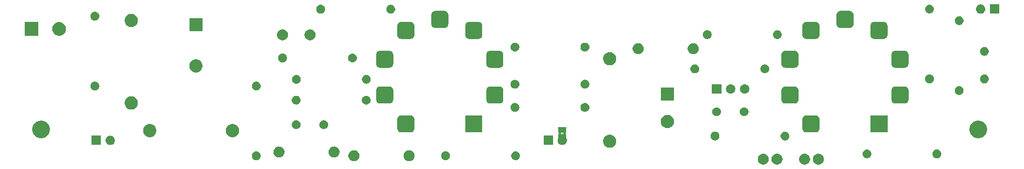
<source format=gbs>
G04 #@! TF.GenerationSoftware,KiCad,Pcbnew,5.1.4+dfsg1-1*
G04 #@! TF.CreationDate,2019-10-02T13:31:48+02:00*
G04 #@! TF.ProjectId,fat_bastard_lead,6661745f-6261-4737-9461-72645f6c6561,rev?*
G04 #@! TF.SameCoordinates,Original*
G04 #@! TF.FileFunction,Soldermask,Bot*
G04 #@! TF.FilePolarity,Negative*
%FSLAX46Y46*%
G04 Gerber Fmt 4.6, Leading zero omitted, Abs format (unit mm)*
G04 Created by KiCad (PCBNEW 5.1.4+dfsg1-1) date 2019-10-02 13:31:48*
%MOMM*%
%LPD*%
G04 APERTURE LIST*
%ADD10C,0.100000*%
G04 APERTURE END LIST*
D10*
G36*
X196232090Y-88459019D02*
G01*
X196296489Y-88471829D01*
X196478478Y-88547211D01*
X196642263Y-88656649D01*
X196781551Y-88795937D01*
X196890989Y-88959722D01*
X196966371Y-89141711D01*
X196973458Y-89177341D01*
X197004800Y-89334907D01*
X197004800Y-89531893D01*
X196979181Y-89660690D01*
X196966371Y-89725089D01*
X196890989Y-89907078D01*
X196781551Y-90070863D01*
X196642263Y-90210151D01*
X196478478Y-90319589D01*
X196296489Y-90394971D01*
X196232090Y-90407781D01*
X196103293Y-90433400D01*
X195906307Y-90433400D01*
X195777510Y-90407781D01*
X195713111Y-90394971D01*
X195531122Y-90319589D01*
X195367337Y-90210151D01*
X195228049Y-90070863D01*
X195118611Y-89907078D01*
X195043229Y-89725089D01*
X195030419Y-89660690D01*
X195004800Y-89531893D01*
X195004800Y-89334907D01*
X195036142Y-89177341D01*
X195043229Y-89141711D01*
X195118611Y-88959722D01*
X195228049Y-88795937D01*
X195367337Y-88656649D01*
X195531122Y-88547211D01*
X195713111Y-88471829D01*
X195777510Y-88459019D01*
X195906307Y-88433400D01*
X196103293Y-88433400D01*
X196232090Y-88459019D01*
X196232090Y-88459019D01*
G37*
G36*
X203732090Y-88459019D02*
G01*
X203796489Y-88471829D01*
X203978478Y-88547211D01*
X204142263Y-88656649D01*
X204281551Y-88795937D01*
X204390989Y-88959722D01*
X204466371Y-89141711D01*
X204473458Y-89177341D01*
X204504800Y-89334907D01*
X204504800Y-89531893D01*
X204479181Y-89660690D01*
X204466371Y-89725089D01*
X204390989Y-89907078D01*
X204281551Y-90070863D01*
X204142263Y-90210151D01*
X203978478Y-90319589D01*
X203796489Y-90394971D01*
X203732090Y-90407781D01*
X203603293Y-90433400D01*
X203406307Y-90433400D01*
X203277510Y-90407781D01*
X203213111Y-90394971D01*
X203031122Y-90319589D01*
X202867337Y-90210151D01*
X202728049Y-90070863D01*
X202618611Y-89907078D01*
X202543229Y-89725089D01*
X202530419Y-89660690D01*
X202504800Y-89531893D01*
X202504800Y-89334907D01*
X202536142Y-89177341D01*
X202543229Y-89141711D01*
X202618611Y-88959722D01*
X202728049Y-88795937D01*
X202867337Y-88656649D01*
X203031122Y-88547211D01*
X203213111Y-88471829D01*
X203277510Y-88459019D01*
X203406307Y-88433400D01*
X203603293Y-88433400D01*
X203732090Y-88459019D01*
X203732090Y-88459019D01*
G37*
G36*
X198732090Y-88459019D02*
G01*
X198796489Y-88471829D01*
X198978478Y-88547211D01*
X199142263Y-88656649D01*
X199281551Y-88795937D01*
X199390989Y-88959722D01*
X199466371Y-89141711D01*
X199473458Y-89177341D01*
X199504800Y-89334907D01*
X199504800Y-89531893D01*
X199479181Y-89660690D01*
X199466371Y-89725089D01*
X199390989Y-89907078D01*
X199281551Y-90070863D01*
X199142263Y-90210151D01*
X198978478Y-90319589D01*
X198796489Y-90394971D01*
X198732090Y-90407781D01*
X198603293Y-90433400D01*
X198406307Y-90433400D01*
X198277510Y-90407781D01*
X198213111Y-90394971D01*
X198031122Y-90319589D01*
X197867337Y-90210151D01*
X197728049Y-90070863D01*
X197618611Y-89907078D01*
X197543229Y-89725089D01*
X197530419Y-89660690D01*
X197504800Y-89531893D01*
X197504800Y-89334907D01*
X197536142Y-89177341D01*
X197543229Y-89141711D01*
X197618611Y-88959722D01*
X197728049Y-88795937D01*
X197867337Y-88656649D01*
X198031122Y-88547211D01*
X198213111Y-88471829D01*
X198277510Y-88459019D01*
X198406307Y-88433400D01*
X198603293Y-88433400D01*
X198732090Y-88459019D01*
X198732090Y-88459019D01*
G37*
G36*
X206232090Y-88459019D02*
G01*
X206296489Y-88471829D01*
X206478478Y-88547211D01*
X206642263Y-88656649D01*
X206781551Y-88795937D01*
X206890989Y-88959722D01*
X206966371Y-89141711D01*
X206973458Y-89177341D01*
X207004800Y-89334907D01*
X207004800Y-89531893D01*
X206979181Y-89660690D01*
X206966371Y-89725089D01*
X206890989Y-89907078D01*
X206781551Y-90070863D01*
X206642263Y-90210151D01*
X206478478Y-90319589D01*
X206296489Y-90394971D01*
X206232090Y-90407781D01*
X206103293Y-90433400D01*
X205906307Y-90433400D01*
X205777510Y-90407781D01*
X205713111Y-90394971D01*
X205531122Y-90319589D01*
X205367337Y-90210151D01*
X205228049Y-90070863D01*
X205118611Y-89907078D01*
X205043229Y-89725089D01*
X205030419Y-89660690D01*
X205004800Y-89531893D01*
X205004800Y-89334907D01*
X205036142Y-89177341D01*
X205043229Y-89141711D01*
X205118611Y-88959722D01*
X205228049Y-88795937D01*
X205367337Y-88656649D01*
X205531122Y-88547211D01*
X205713111Y-88471829D01*
X205777510Y-88459019D01*
X205906307Y-88433400D01*
X206103293Y-88433400D01*
X206232090Y-88459019D01*
X206232090Y-88459019D01*
G37*
G36*
X121977090Y-87824019D02*
G01*
X122041489Y-87836829D01*
X122223478Y-87912211D01*
X122387263Y-88021649D01*
X122526551Y-88160937D01*
X122635989Y-88324722D01*
X122711371Y-88506711D01*
X122711371Y-88506712D01*
X122749800Y-88699907D01*
X122749800Y-88896893D01*
X122733144Y-88980627D01*
X122711371Y-89090089D01*
X122635989Y-89272078D01*
X122526551Y-89435863D01*
X122387263Y-89575151D01*
X122223478Y-89684589D01*
X122041489Y-89759971D01*
X121977090Y-89772781D01*
X121848293Y-89798400D01*
X121651307Y-89798400D01*
X121522510Y-89772781D01*
X121458111Y-89759971D01*
X121276122Y-89684589D01*
X121112337Y-89575151D01*
X120973049Y-89435863D01*
X120863611Y-89272078D01*
X120788229Y-89090089D01*
X120766456Y-88980627D01*
X120749800Y-88896893D01*
X120749800Y-88699907D01*
X120788229Y-88506712D01*
X120788229Y-88506711D01*
X120863611Y-88324722D01*
X120973049Y-88160937D01*
X121112337Y-88021649D01*
X121276122Y-87912211D01*
X121458111Y-87836829D01*
X121522510Y-87824019D01*
X121651307Y-87798400D01*
X121848293Y-87798400D01*
X121977090Y-87824019D01*
X121977090Y-87824019D01*
G37*
G36*
X131977090Y-87824019D02*
G01*
X132041489Y-87836829D01*
X132223478Y-87912211D01*
X132387263Y-88021649D01*
X132526551Y-88160937D01*
X132635989Y-88324722D01*
X132711371Y-88506711D01*
X132711371Y-88506712D01*
X132749800Y-88699907D01*
X132749800Y-88896893D01*
X132733144Y-88980627D01*
X132711371Y-89090089D01*
X132635989Y-89272078D01*
X132526551Y-89435863D01*
X132387263Y-89575151D01*
X132223478Y-89684589D01*
X132041489Y-89759971D01*
X131977090Y-89772781D01*
X131848293Y-89798400D01*
X131651307Y-89798400D01*
X131522510Y-89772781D01*
X131458111Y-89759971D01*
X131276122Y-89684589D01*
X131112337Y-89575151D01*
X130973049Y-89435863D01*
X130863611Y-89272078D01*
X130788229Y-89090089D01*
X130766456Y-88980627D01*
X130749800Y-88896893D01*
X130749800Y-88699907D01*
X130788229Y-88506712D01*
X130788229Y-88506711D01*
X130863611Y-88324722D01*
X130973049Y-88160937D01*
X131112337Y-88021649D01*
X131276122Y-87912211D01*
X131458111Y-87836829D01*
X131522510Y-87824019D01*
X131651307Y-87798400D01*
X131848293Y-87798400D01*
X131977090Y-87824019D01*
X131977090Y-87824019D01*
G37*
G36*
X104116871Y-88027659D02*
G01*
X104195227Y-88035376D01*
X104346028Y-88081121D01*
X104346030Y-88081122D01*
X104485005Y-88155406D01*
X104606822Y-88255378D01*
X104706794Y-88377195D01*
X104781078Y-88516170D01*
X104781079Y-88516172D01*
X104826824Y-88666973D01*
X104842270Y-88823800D01*
X104826824Y-88980627D01*
X104788784Y-89106028D01*
X104781078Y-89131430D01*
X104706794Y-89270405D01*
X104606822Y-89392222D01*
X104485005Y-89492194D01*
X104393548Y-89541079D01*
X104346028Y-89566479D01*
X104195227Y-89612224D01*
X104116871Y-89619941D01*
X104077694Y-89623800D01*
X103999106Y-89623800D01*
X103959929Y-89619941D01*
X103881573Y-89612224D01*
X103730772Y-89566479D01*
X103683252Y-89541079D01*
X103591795Y-89492194D01*
X103469978Y-89392222D01*
X103370006Y-89270405D01*
X103295722Y-89131430D01*
X103288016Y-89106028D01*
X103249976Y-88980627D01*
X103234530Y-88823800D01*
X103249976Y-88666973D01*
X103295721Y-88516172D01*
X103295722Y-88516170D01*
X103370006Y-88377195D01*
X103469978Y-88255378D01*
X103591795Y-88155406D01*
X103730770Y-88081122D01*
X103730772Y-88081121D01*
X103881573Y-88035376D01*
X103959929Y-88027659D01*
X103999106Y-88023800D01*
X104077694Y-88023800D01*
X104116871Y-88027659D01*
X104116871Y-88027659D01*
G37*
G36*
X138612551Y-88029143D02*
G01*
X138758141Y-88089448D01*
X138889170Y-88176999D01*
X139000601Y-88288430D01*
X139088152Y-88419459D01*
X139148457Y-88565049D01*
X139179200Y-88719606D01*
X139179200Y-88877194D01*
X139148457Y-89031751D01*
X139088152Y-89177341D01*
X139000601Y-89308370D01*
X138889170Y-89419801D01*
X138758141Y-89507352D01*
X138612551Y-89567657D01*
X138457994Y-89598400D01*
X138300406Y-89598400D01*
X138145849Y-89567657D01*
X138000259Y-89507352D01*
X137869230Y-89419801D01*
X137757799Y-89308370D01*
X137670248Y-89177341D01*
X137609943Y-89031751D01*
X137579200Y-88877194D01*
X137579200Y-88719606D01*
X137609943Y-88565049D01*
X137670248Y-88419459D01*
X137757799Y-88288430D01*
X137869230Y-88176999D01*
X138000259Y-88089448D01*
X138145849Y-88029143D01*
X138300406Y-87998400D01*
X138457994Y-87998400D01*
X138612551Y-88029143D01*
X138612551Y-88029143D01*
G37*
G36*
X151157671Y-88002259D02*
G01*
X151236027Y-88009976D01*
X151386828Y-88055721D01*
X151386830Y-88055722D01*
X151525805Y-88130006D01*
X151647622Y-88229978D01*
X151747594Y-88351795D01*
X151767698Y-88389407D01*
X151821879Y-88490772D01*
X151867624Y-88641573D01*
X151883070Y-88798400D01*
X151867624Y-88955227D01*
X151821879Y-89106028D01*
X151821878Y-89106030D01*
X151747594Y-89245005D01*
X151647622Y-89366822D01*
X151525805Y-89466794D01*
X151404014Y-89531893D01*
X151386828Y-89541079D01*
X151236027Y-89586824D01*
X151157671Y-89594541D01*
X151118494Y-89598400D01*
X151039906Y-89598400D01*
X151000729Y-89594541D01*
X150922373Y-89586824D01*
X150771572Y-89541079D01*
X150754386Y-89531893D01*
X150632595Y-89466794D01*
X150510778Y-89366822D01*
X150410806Y-89245005D01*
X150336522Y-89106030D01*
X150336521Y-89106028D01*
X150290776Y-88955227D01*
X150275330Y-88798400D01*
X150290776Y-88641573D01*
X150336521Y-88490772D01*
X150390702Y-88389407D01*
X150410806Y-88351795D01*
X150510778Y-88229978D01*
X150632595Y-88130006D01*
X150771570Y-88055722D01*
X150771572Y-88055721D01*
X150922373Y-88009976D01*
X151000729Y-88002259D01*
X151039906Y-87998400D01*
X151118494Y-87998400D01*
X151157671Y-88002259D01*
X151157671Y-88002259D01*
G37*
G36*
X227741151Y-87698943D02*
G01*
X227886741Y-87759248D01*
X228017770Y-87846799D01*
X228129201Y-87958230D01*
X228216752Y-88089259D01*
X228277057Y-88234849D01*
X228307800Y-88389406D01*
X228307800Y-88546994D01*
X228277057Y-88701551D01*
X228216752Y-88847141D01*
X228129201Y-88978170D01*
X228017770Y-89089601D01*
X227886741Y-89177152D01*
X227741151Y-89237457D01*
X227586594Y-89268200D01*
X227429006Y-89268200D01*
X227274449Y-89237457D01*
X227128859Y-89177152D01*
X226997830Y-89089601D01*
X226886399Y-88978170D01*
X226798848Y-88847141D01*
X226738543Y-88701551D01*
X226707800Y-88546994D01*
X226707800Y-88389406D01*
X226738543Y-88234849D01*
X226798848Y-88089259D01*
X226886399Y-87958230D01*
X226997830Y-87846799D01*
X227128859Y-87759248D01*
X227274449Y-87698943D01*
X227429006Y-87668200D01*
X227586594Y-87668200D01*
X227741151Y-87698943D01*
X227741151Y-87698943D01*
G37*
G36*
X214886271Y-87672059D02*
G01*
X214964627Y-87679776D01*
X215115428Y-87725521D01*
X215115430Y-87725522D01*
X215254405Y-87799806D01*
X215376222Y-87899778D01*
X215476194Y-88021595D01*
X215494435Y-88055722D01*
X215550479Y-88160572D01*
X215596224Y-88311373D01*
X215611670Y-88468200D01*
X215596224Y-88625027D01*
X215550479Y-88775828D01*
X215550478Y-88775830D01*
X215476194Y-88914805D01*
X215376222Y-89036622D01*
X215254405Y-89136594D01*
X215178173Y-89177341D01*
X215115428Y-89210879D01*
X214964627Y-89256624D01*
X214886271Y-89264341D01*
X214847094Y-89268200D01*
X214768506Y-89268200D01*
X214729329Y-89264341D01*
X214650973Y-89256624D01*
X214500172Y-89210879D01*
X214437427Y-89177341D01*
X214361195Y-89136594D01*
X214239378Y-89036622D01*
X214139406Y-88914805D01*
X214065122Y-88775830D01*
X214065121Y-88775828D01*
X214019376Y-88625027D01*
X214003930Y-88468200D01*
X214019376Y-88311373D01*
X214065121Y-88160572D01*
X214121165Y-88055722D01*
X214139406Y-88021595D01*
X214239378Y-87899778D01*
X214361195Y-87799806D01*
X214500170Y-87725522D01*
X214500172Y-87725521D01*
X214650973Y-87679776D01*
X214729329Y-87672059D01*
X214768506Y-87668200D01*
X214847094Y-87668200D01*
X214886271Y-87672059D01*
X214886271Y-87672059D01*
G37*
G36*
X108380490Y-87163619D02*
G01*
X108444889Y-87176429D01*
X108626878Y-87251811D01*
X108790663Y-87361249D01*
X108929951Y-87500537D01*
X109039389Y-87664322D01*
X109095508Y-87799806D01*
X109114771Y-87846312D01*
X109153200Y-88039507D01*
X109153200Y-88236493D01*
X109142869Y-88288430D01*
X109114771Y-88429689D01*
X109039389Y-88611678D01*
X108929951Y-88775463D01*
X108790663Y-88914751D01*
X108626878Y-89024189D01*
X108444889Y-89099571D01*
X108412427Y-89106028D01*
X108251693Y-89138000D01*
X108054707Y-89138000D01*
X107893973Y-89106028D01*
X107861511Y-89099571D01*
X107679522Y-89024189D01*
X107515737Y-88914751D01*
X107376449Y-88775463D01*
X107267011Y-88611678D01*
X107191629Y-88429689D01*
X107163531Y-88288430D01*
X107153200Y-88236493D01*
X107153200Y-88039507D01*
X107191629Y-87846312D01*
X107210892Y-87799806D01*
X107267011Y-87664322D01*
X107376449Y-87500537D01*
X107515737Y-87361249D01*
X107679522Y-87251811D01*
X107861511Y-87176429D01*
X107925910Y-87163619D01*
X108054707Y-87138000D01*
X108251693Y-87138000D01*
X108380490Y-87163619D01*
X108380490Y-87163619D01*
G37*
G36*
X118380490Y-87163619D02*
G01*
X118444889Y-87176429D01*
X118626878Y-87251811D01*
X118790663Y-87361249D01*
X118929951Y-87500537D01*
X119039389Y-87664322D01*
X119095508Y-87799806D01*
X119114771Y-87846312D01*
X119153200Y-88039507D01*
X119153200Y-88236493D01*
X119142869Y-88288430D01*
X119114771Y-88429689D01*
X119039389Y-88611678D01*
X118929951Y-88775463D01*
X118790663Y-88914751D01*
X118626878Y-89024189D01*
X118444889Y-89099571D01*
X118412427Y-89106028D01*
X118251693Y-89138000D01*
X118054707Y-89138000D01*
X117893973Y-89106028D01*
X117861511Y-89099571D01*
X117679522Y-89024189D01*
X117515737Y-88914751D01*
X117376449Y-88775463D01*
X117267011Y-88611678D01*
X117191629Y-88429689D01*
X117163531Y-88288430D01*
X117153200Y-88236493D01*
X117153200Y-88039507D01*
X117191629Y-87846312D01*
X117210892Y-87799806D01*
X117267011Y-87664322D01*
X117376449Y-87500537D01*
X117515737Y-87361249D01*
X117679522Y-87251811D01*
X117861511Y-87176429D01*
X117925910Y-87163619D01*
X118054707Y-87138000D01*
X118251693Y-87138000D01*
X118380490Y-87163619D01*
X118380490Y-87163619D01*
G37*
G36*
X168498026Y-85002915D02*
G01*
X168716411Y-85093373D01*
X168716413Y-85093374D01*
X168912955Y-85224699D01*
X169080101Y-85391845D01*
X169169394Y-85525481D01*
X169211427Y-85588389D01*
X169301885Y-85806774D01*
X169348000Y-86038609D01*
X169348000Y-86274991D01*
X169301885Y-86506826D01*
X169211427Y-86725211D01*
X169211426Y-86725213D01*
X169080101Y-86921755D01*
X168912955Y-87088901D01*
X168716413Y-87220226D01*
X168716412Y-87220227D01*
X168716411Y-87220227D01*
X168498026Y-87310685D01*
X168266191Y-87356800D01*
X168029809Y-87356800D01*
X167797974Y-87310685D01*
X167579589Y-87220227D01*
X167579588Y-87220227D01*
X167579587Y-87220226D01*
X167383045Y-87088901D01*
X167215899Y-86921755D01*
X167084574Y-86725213D01*
X167084573Y-86725211D01*
X166994115Y-86506826D01*
X166948000Y-86274991D01*
X166948000Y-86038609D01*
X166994115Y-85806774D01*
X167084573Y-85588389D01*
X167126607Y-85525481D01*
X167215899Y-85391845D01*
X167383045Y-85224699D01*
X167579587Y-85093374D01*
X167579589Y-85093373D01*
X167797974Y-85002915D01*
X168029809Y-84956800D01*
X168266191Y-84956800D01*
X168498026Y-85002915D01*
X168498026Y-85002915D01*
G37*
G36*
X160287399Y-83584399D02*
G01*
X160287401Y-83584401D01*
X160288005Y-83590537D01*
X160288005Y-84578263D01*
X160287401Y-84584399D01*
X160287399Y-84584401D01*
X160281263Y-84585005D01*
X160263004Y-84585005D01*
X160238618Y-84587407D01*
X160215169Y-84594520D01*
X160193558Y-84606071D01*
X160174616Y-84621616D01*
X160159071Y-84640558D01*
X160147520Y-84662169D01*
X160140407Y-84685618D01*
X160138005Y-84710004D01*
X160138005Y-84759401D01*
X160140407Y-84783787D01*
X160147520Y-84807236D01*
X160159071Y-84828847D01*
X160174616Y-84847789D01*
X160193558Y-84863334D01*
X160215169Y-84874885D01*
X160238618Y-84881998D01*
X160263004Y-84884400D01*
X160287400Y-84884400D01*
X160287400Y-85563825D01*
X160289802Y-85588211D01*
X160296915Y-85611660D01*
X160302160Y-85622749D01*
X160329096Y-85673143D01*
X160377701Y-85833373D01*
X160394112Y-86000000D01*
X160377701Y-86166627D01*
X160329096Y-86326857D01*
X160250169Y-86474518D01*
X160143949Y-86603949D01*
X160014518Y-86710169D01*
X159866857Y-86789096D01*
X159866855Y-86789097D01*
X159786742Y-86813398D01*
X159706627Y-86837701D01*
X159581752Y-86850000D01*
X159498248Y-86850000D01*
X159373373Y-86837701D01*
X159293258Y-86813398D01*
X159213145Y-86789097D01*
X159213143Y-86789096D01*
X159065482Y-86710169D01*
X158936051Y-86603949D01*
X158829831Y-86474518D01*
X158750904Y-86326857D01*
X158702299Y-86166627D01*
X158685888Y-86000000D01*
X158702299Y-85833373D01*
X158750903Y-85673145D01*
X158772640Y-85632479D01*
X158782017Y-85609840D01*
X158786798Y-85585807D01*
X158787400Y-85573554D01*
X158787400Y-84884400D01*
X158811796Y-84884400D01*
X158836182Y-84881998D01*
X158859631Y-84874885D01*
X158881242Y-84863334D01*
X158900184Y-84847789D01*
X158915729Y-84828847D01*
X158927280Y-84807236D01*
X158934393Y-84783787D01*
X158936795Y-84759401D01*
X158936795Y-84710004D01*
X159338005Y-84710004D01*
X159338005Y-84759401D01*
X159340407Y-84783787D01*
X159347520Y-84807236D01*
X159359071Y-84828847D01*
X159374616Y-84847789D01*
X159393558Y-84863334D01*
X159415169Y-84874885D01*
X159438618Y-84881998D01*
X159463004Y-84884400D01*
X159611796Y-84884400D01*
X159636182Y-84881998D01*
X159659631Y-84874885D01*
X159681242Y-84863334D01*
X159700184Y-84847789D01*
X159715729Y-84828847D01*
X159727280Y-84807236D01*
X159734393Y-84783787D01*
X159736795Y-84759401D01*
X159736795Y-84710004D01*
X159734393Y-84685618D01*
X159727280Y-84662169D01*
X159715729Y-84640558D01*
X159700184Y-84621616D01*
X159681242Y-84606071D01*
X159659631Y-84594520D01*
X159636182Y-84587407D01*
X159611796Y-84585005D01*
X159463004Y-84585005D01*
X159438618Y-84587407D01*
X159415169Y-84594520D01*
X159393558Y-84606071D01*
X159374616Y-84621616D01*
X159359071Y-84640558D01*
X159347520Y-84662169D01*
X159340407Y-84685618D01*
X159338005Y-84710004D01*
X158936795Y-84710004D01*
X158934393Y-84685618D01*
X158927280Y-84662169D01*
X158915729Y-84640558D01*
X158900184Y-84621616D01*
X158881242Y-84606071D01*
X158859631Y-84594520D01*
X158836182Y-84587407D01*
X158811796Y-84585005D01*
X158793537Y-84585005D01*
X158787401Y-84584401D01*
X158787399Y-84584399D01*
X158786795Y-84578263D01*
X158786795Y-83590537D01*
X158787399Y-83584401D01*
X158787401Y-83584399D01*
X158793537Y-83583795D01*
X160281263Y-83583795D01*
X160287399Y-83584399D01*
X160287399Y-83584399D01*
G37*
G36*
X157850000Y-86850000D02*
G01*
X156150000Y-86850000D01*
X156150000Y-85150000D01*
X157850000Y-85150000D01*
X157850000Y-86850000D01*
X157850000Y-86850000D01*
G37*
G36*
X77706627Y-85162299D02*
G01*
X77786742Y-85186602D01*
X77866855Y-85210903D01*
X77866857Y-85210904D01*
X78014518Y-85289831D01*
X78143949Y-85396051D01*
X78250169Y-85525482D01*
X78329096Y-85673143D01*
X78377701Y-85833373D01*
X78394112Y-86000000D01*
X78377701Y-86166627D01*
X78329096Y-86326857D01*
X78250169Y-86474518D01*
X78143949Y-86603949D01*
X78014518Y-86710169D01*
X77866857Y-86789096D01*
X77866855Y-86789097D01*
X77786742Y-86813398D01*
X77706627Y-86837701D01*
X77581752Y-86850000D01*
X77498248Y-86850000D01*
X77373373Y-86837701D01*
X77293258Y-86813398D01*
X77213145Y-86789097D01*
X77213143Y-86789096D01*
X77065482Y-86710169D01*
X76936051Y-86603949D01*
X76829831Y-86474518D01*
X76750904Y-86326857D01*
X76702299Y-86166627D01*
X76685888Y-86000000D01*
X76702299Y-85833373D01*
X76750904Y-85673143D01*
X76829831Y-85525482D01*
X76936051Y-85396051D01*
X77065482Y-85289831D01*
X77213143Y-85210904D01*
X77213145Y-85210903D01*
X77293258Y-85186602D01*
X77373373Y-85162299D01*
X77498248Y-85150000D01*
X77581752Y-85150000D01*
X77706627Y-85162299D01*
X77706627Y-85162299D01*
G37*
G36*
X75850000Y-86850000D02*
G01*
X74150000Y-86850000D01*
X74150000Y-85150000D01*
X75850000Y-85150000D01*
X75850000Y-86850000D01*
X75850000Y-86850000D01*
G37*
G36*
X187312349Y-84419389D02*
G01*
X187405627Y-84428576D01*
X187556428Y-84474321D01*
X187556430Y-84474322D01*
X187695405Y-84548606D01*
X187817222Y-84648578D01*
X187917194Y-84770395D01*
X187936886Y-84807236D01*
X187991479Y-84909372D01*
X188037224Y-85060173D01*
X188052670Y-85217000D01*
X188037224Y-85373827D01*
X187991479Y-85524628D01*
X187991478Y-85524630D01*
X187917194Y-85663605D01*
X187817222Y-85785422D01*
X187695405Y-85885394D01*
X187556430Y-85959678D01*
X187556428Y-85959679D01*
X187405627Y-86005424D01*
X187327271Y-86013141D01*
X187288094Y-86017000D01*
X187209506Y-86017000D01*
X187170329Y-86013141D01*
X187091973Y-86005424D01*
X186941172Y-85959679D01*
X186941170Y-85959678D01*
X186802195Y-85885394D01*
X186680378Y-85785422D01*
X186580406Y-85663605D01*
X186506122Y-85524630D01*
X186506121Y-85524628D01*
X186460376Y-85373827D01*
X186444930Y-85217000D01*
X186460376Y-85060173D01*
X186506121Y-84909372D01*
X186560714Y-84807236D01*
X186580406Y-84770395D01*
X186680378Y-84648578D01*
X186802195Y-84548606D01*
X186941170Y-84474322D01*
X186941172Y-84474321D01*
X187091973Y-84428576D01*
X187185251Y-84419389D01*
X187209506Y-84417000D01*
X187288094Y-84417000D01*
X187312349Y-84419389D01*
X187312349Y-84419389D01*
G37*
G36*
X200182151Y-84447743D02*
G01*
X200327741Y-84508048D01*
X200458770Y-84595599D01*
X200570201Y-84707030D01*
X200657752Y-84838059D01*
X200718057Y-84983649D01*
X200748800Y-85138206D01*
X200748800Y-85295794D01*
X200718057Y-85450351D01*
X200657752Y-85595941D01*
X200570201Y-85726970D01*
X200458770Y-85838401D01*
X200327741Y-85925952D01*
X200182151Y-85986257D01*
X200027594Y-86017000D01*
X199870006Y-86017000D01*
X199715449Y-85986257D01*
X199569859Y-85925952D01*
X199438830Y-85838401D01*
X199327399Y-85726970D01*
X199239848Y-85595941D01*
X199179543Y-85450351D01*
X199148800Y-85295794D01*
X199148800Y-85138206D01*
X199179543Y-84983649D01*
X199239848Y-84838059D01*
X199327399Y-84707030D01*
X199438830Y-84595599D01*
X199569859Y-84508048D01*
X199715449Y-84447743D01*
X199870006Y-84417000D01*
X200027594Y-84417000D01*
X200182151Y-84447743D01*
X200182151Y-84447743D01*
G37*
G36*
X65466703Y-82461486D02*
G01*
X65757883Y-82582097D01*
X66019940Y-82757198D01*
X66242802Y-82980060D01*
X66417903Y-83242117D01*
X66538514Y-83533297D01*
X66600000Y-83842412D01*
X66600000Y-84157588D01*
X66538514Y-84466703D01*
X66417903Y-84757883D01*
X66242802Y-85019940D01*
X66019940Y-85242802D01*
X65757883Y-85417903D01*
X65466703Y-85538514D01*
X65157588Y-85600000D01*
X64842412Y-85600000D01*
X64533297Y-85538514D01*
X64242117Y-85417903D01*
X63980060Y-85242802D01*
X63757198Y-85019940D01*
X63582097Y-84757883D01*
X63461486Y-84466703D01*
X63400000Y-84157588D01*
X63400000Y-83842412D01*
X63461486Y-83533297D01*
X63582097Y-83242117D01*
X63757198Y-82980060D01*
X63980060Y-82757198D01*
X64242117Y-82582097D01*
X64533297Y-82461486D01*
X64842412Y-82400000D01*
X65157588Y-82400000D01*
X65466703Y-82461486D01*
X65466703Y-82461486D01*
G37*
G36*
X235466703Y-82461486D02*
G01*
X235757883Y-82582097D01*
X236019940Y-82757198D01*
X236242802Y-82980060D01*
X236417903Y-83242117D01*
X236538514Y-83533297D01*
X236600000Y-83842412D01*
X236600000Y-84157588D01*
X236538514Y-84466703D01*
X236417903Y-84757883D01*
X236242802Y-85019940D01*
X236019940Y-85242802D01*
X235757883Y-85417903D01*
X235466703Y-85538514D01*
X235157588Y-85600000D01*
X234842412Y-85600000D01*
X234533297Y-85538514D01*
X234242117Y-85417903D01*
X233980060Y-85242802D01*
X233757198Y-85019940D01*
X233582097Y-84757883D01*
X233461486Y-84466703D01*
X233400000Y-84157588D01*
X233400000Y-83842412D01*
X233461486Y-83533297D01*
X233582097Y-83242117D01*
X233757198Y-82980060D01*
X233980060Y-82757198D01*
X234242117Y-82582097D01*
X234533297Y-82461486D01*
X234842412Y-82400000D01*
X235157588Y-82400000D01*
X235466703Y-82461486D01*
X235466703Y-82461486D01*
G37*
G36*
X85059026Y-83072515D02*
G01*
X85277411Y-83162973D01*
X85277413Y-83162974D01*
X85473955Y-83294299D01*
X85641101Y-83461445D01*
X85757085Y-83635027D01*
X85772427Y-83657989D01*
X85862885Y-83876374D01*
X85909000Y-84108209D01*
X85909000Y-84344591D01*
X85862885Y-84576426D01*
X85787094Y-84759401D01*
X85772426Y-84794813D01*
X85641101Y-84991355D01*
X85473955Y-85158501D01*
X85277413Y-85289826D01*
X85277412Y-85289827D01*
X85277411Y-85289827D01*
X85059026Y-85380285D01*
X84827191Y-85426400D01*
X84590809Y-85426400D01*
X84358974Y-85380285D01*
X84140589Y-85289827D01*
X84140588Y-85289827D01*
X84140587Y-85289826D01*
X83944045Y-85158501D01*
X83776899Y-84991355D01*
X83645574Y-84794813D01*
X83630906Y-84759401D01*
X83555115Y-84576426D01*
X83509000Y-84344591D01*
X83509000Y-84108209D01*
X83555115Y-83876374D01*
X83645573Y-83657989D01*
X83660916Y-83635027D01*
X83776899Y-83461445D01*
X83944045Y-83294299D01*
X84140587Y-83162974D01*
X84140589Y-83162973D01*
X84358974Y-83072515D01*
X84590809Y-83026400D01*
X84827191Y-83026400D01*
X85059026Y-83072515D01*
X85059026Y-83072515D01*
G37*
G36*
X100059026Y-83072515D02*
G01*
X100277411Y-83162973D01*
X100277413Y-83162974D01*
X100473955Y-83294299D01*
X100641101Y-83461445D01*
X100757085Y-83635027D01*
X100772427Y-83657989D01*
X100862885Y-83876374D01*
X100909000Y-84108209D01*
X100909000Y-84344591D01*
X100862885Y-84576426D01*
X100787094Y-84759401D01*
X100772426Y-84794813D01*
X100641101Y-84991355D01*
X100473955Y-85158501D01*
X100277413Y-85289826D01*
X100277412Y-85289827D01*
X100277411Y-85289827D01*
X100059026Y-85380285D01*
X99827191Y-85426400D01*
X99590809Y-85426400D01*
X99358974Y-85380285D01*
X99140589Y-85289827D01*
X99140588Y-85289827D01*
X99140587Y-85289826D01*
X98944045Y-85158501D01*
X98776899Y-84991355D01*
X98645574Y-84794813D01*
X98630906Y-84759401D01*
X98555115Y-84576426D01*
X98509000Y-84344591D01*
X98509000Y-84108209D01*
X98555115Y-83876374D01*
X98645573Y-83657989D01*
X98660916Y-83635027D01*
X98776899Y-83461445D01*
X98944045Y-83294299D01*
X99140587Y-83162974D01*
X99140589Y-83162973D01*
X99358974Y-83072515D01*
X99590809Y-83026400D01*
X99827191Y-83026400D01*
X100059026Y-83072515D01*
X100059026Y-83072515D01*
G37*
G36*
X218550000Y-84550000D02*
G01*
X215450000Y-84550000D01*
X215450000Y-81450000D01*
X218550000Y-81450000D01*
X218550000Y-84550000D01*
X218550000Y-84550000D01*
G37*
G36*
X132136385Y-81464283D02*
G01*
X132269930Y-81504794D01*
X132393007Y-81570580D01*
X132500886Y-81659114D01*
X132589420Y-81766993D01*
X132655206Y-81890070D01*
X132695717Y-82023615D01*
X132710000Y-82168640D01*
X132710000Y-83831360D01*
X132695717Y-83976385D01*
X132655206Y-84109930D01*
X132589420Y-84233007D01*
X132500886Y-84340886D01*
X132393007Y-84429420D01*
X132269930Y-84495206D01*
X132136385Y-84535717D01*
X131991360Y-84550000D01*
X130328640Y-84550000D01*
X130183615Y-84535717D01*
X130050070Y-84495206D01*
X129926993Y-84429420D01*
X129819114Y-84340886D01*
X129730580Y-84233007D01*
X129664794Y-84109930D01*
X129624283Y-83976385D01*
X129610000Y-83831360D01*
X129610000Y-82168640D01*
X129624283Y-82023615D01*
X129664794Y-81890070D01*
X129730580Y-81766993D01*
X129819114Y-81659114D01*
X129926993Y-81570580D01*
X130050070Y-81504794D01*
X130183615Y-81464283D01*
X130328640Y-81450000D01*
X131991360Y-81450000D01*
X132136385Y-81464283D01*
X132136385Y-81464283D01*
G37*
G36*
X205636385Y-81464283D02*
G01*
X205769930Y-81504794D01*
X205893007Y-81570580D01*
X206000886Y-81659114D01*
X206089420Y-81766993D01*
X206155206Y-81890070D01*
X206195717Y-82023615D01*
X206210000Y-82168640D01*
X206210000Y-83831360D01*
X206195717Y-83976385D01*
X206155206Y-84109930D01*
X206089420Y-84233007D01*
X206000886Y-84340886D01*
X205893007Y-84429420D01*
X205769930Y-84495206D01*
X205636385Y-84535717D01*
X205491360Y-84550000D01*
X203828640Y-84550000D01*
X203683615Y-84535717D01*
X203550070Y-84495206D01*
X203426993Y-84429420D01*
X203319114Y-84340886D01*
X203230580Y-84233007D01*
X203164794Y-84109930D01*
X203124283Y-83976385D01*
X203110000Y-83831360D01*
X203110000Y-82168640D01*
X203124283Y-82023615D01*
X203164794Y-81890070D01*
X203230580Y-81766993D01*
X203319114Y-81659114D01*
X203426993Y-81570580D01*
X203550070Y-81504794D01*
X203683615Y-81464283D01*
X203828640Y-81450000D01*
X205491360Y-81450000D01*
X205636385Y-81464283D01*
X205636385Y-81464283D01*
G37*
G36*
X145050000Y-84550000D02*
G01*
X141950000Y-84550000D01*
X141950000Y-81450000D01*
X145050000Y-81450000D01*
X145050000Y-84550000D01*
X145050000Y-84550000D01*
G37*
G36*
X116510751Y-82390343D02*
G01*
X116656341Y-82450648D01*
X116787370Y-82538199D01*
X116898801Y-82649630D01*
X116986352Y-82780659D01*
X117046657Y-82926249D01*
X117077400Y-83080806D01*
X117077400Y-83238394D01*
X117046657Y-83392951D01*
X116986352Y-83538541D01*
X116898801Y-83669570D01*
X116787370Y-83781001D01*
X116656341Y-83868552D01*
X116510751Y-83928857D01*
X116356194Y-83959600D01*
X116198606Y-83959600D01*
X116044049Y-83928857D01*
X115898459Y-83868552D01*
X115767430Y-83781001D01*
X115655999Y-83669570D01*
X115568448Y-83538541D01*
X115508143Y-83392951D01*
X115477400Y-83238394D01*
X115477400Y-83080806D01*
X115508143Y-82926249D01*
X115568448Y-82780659D01*
X115655999Y-82649630D01*
X115767430Y-82538199D01*
X115898459Y-82450648D01*
X116044049Y-82390343D01*
X116198606Y-82359600D01*
X116356194Y-82359600D01*
X116510751Y-82390343D01*
X116510751Y-82390343D01*
G37*
G36*
X111510751Y-82390343D02*
G01*
X111656341Y-82450648D01*
X111787370Y-82538199D01*
X111898801Y-82649630D01*
X111986352Y-82780659D01*
X112046657Y-82926249D01*
X112077400Y-83080806D01*
X112077400Y-83238394D01*
X112046657Y-83392951D01*
X111986352Y-83538541D01*
X111898801Y-83669570D01*
X111787370Y-83781001D01*
X111656341Y-83868552D01*
X111510751Y-83928857D01*
X111356194Y-83959600D01*
X111198606Y-83959600D01*
X111044049Y-83928857D01*
X110898459Y-83868552D01*
X110767430Y-83781001D01*
X110655999Y-83669570D01*
X110568448Y-83538541D01*
X110508143Y-83392951D01*
X110477400Y-83238394D01*
X110477400Y-83080806D01*
X110508143Y-82926249D01*
X110568448Y-82780659D01*
X110655999Y-82649630D01*
X110767430Y-82538199D01*
X110898459Y-82450648D01*
X111044049Y-82390343D01*
X111198606Y-82359600D01*
X111356194Y-82359600D01*
X111510751Y-82390343D01*
X111510751Y-82390343D01*
G37*
G36*
X178962826Y-81417715D02*
G01*
X179181211Y-81508173D01*
X179181213Y-81508174D01*
X179268739Y-81566657D01*
X179377755Y-81639499D01*
X179544901Y-81806645D01*
X179676227Y-82003189D01*
X179766685Y-82221574D01*
X179812800Y-82453409D01*
X179812800Y-82689791D01*
X179766685Y-82921626D01*
X179700750Y-83080807D01*
X179676226Y-83140013D01*
X179544901Y-83336555D01*
X179377755Y-83503701D01*
X179181213Y-83635026D01*
X179181212Y-83635027D01*
X179181211Y-83635027D01*
X178962826Y-83725485D01*
X178730991Y-83771600D01*
X178494609Y-83771600D01*
X178262774Y-83725485D01*
X178044389Y-83635027D01*
X178044388Y-83635027D01*
X178044387Y-83635026D01*
X177847845Y-83503701D01*
X177680699Y-83336555D01*
X177549374Y-83140013D01*
X177524850Y-83080807D01*
X177458915Y-82921626D01*
X177412800Y-82689791D01*
X177412800Y-82453409D01*
X177458915Y-82221574D01*
X177549373Y-82003189D01*
X177680699Y-81806645D01*
X177847845Y-81639499D01*
X177956861Y-81566657D01*
X178044387Y-81508174D01*
X178044389Y-81508173D01*
X178262774Y-81417715D01*
X178494609Y-81371600D01*
X178730991Y-81371600D01*
X178962826Y-81417715D01*
X178962826Y-81417715D01*
G37*
G36*
X187761551Y-80028143D02*
G01*
X187907141Y-80088448D01*
X188038170Y-80175999D01*
X188149601Y-80287430D01*
X188237152Y-80418459D01*
X188297457Y-80564049D01*
X188328200Y-80718606D01*
X188328200Y-80876194D01*
X188297457Y-81030751D01*
X188237152Y-81176341D01*
X188149601Y-81307370D01*
X188038170Y-81418801D01*
X187907141Y-81506352D01*
X187761551Y-81566657D01*
X187606994Y-81597400D01*
X187449406Y-81597400D01*
X187294849Y-81566657D01*
X187149259Y-81506352D01*
X187018230Y-81418801D01*
X186906799Y-81307370D01*
X186819248Y-81176341D01*
X186758943Y-81030751D01*
X186728200Y-80876194D01*
X186728200Y-80718606D01*
X186758943Y-80564049D01*
X186819248Y-80418459D01*
X186906799Y-80287430D01*
X187018230Y-80175999D01*
X187149259Y-80088448D01*
X187294849Y-80028143D01*
X187449406Y-79997400D01*
X187606994Y-79997400D01*
X187761551Y-80028143D01*
X187761551Y-80028143D01*
G37*
G36*
X192761551Y-80028143D02*
G01*
X192907141Y-80088448D01*
X193038170Y-80175999D01*
X193149601Y-80287430D01*
X193237152Y-80418459D01*
X193297457Y-80564049D01*
X193328200Y-80718606D01*
X193328200Y-80876194D01*
X193297457Y-81030751D01*
X193237152Y-81176341D01*
X193149601Y-81307370D01*
X193038170Y-81418801D01*
X192907141Y-81506352D01*
X192761551Y-81566657D01*
X192606994Y-81597400D01*
X192449406Y-81597400D01*
X192294849Y-81566657D01*
X192149259Y-81506352D01*
X192018230Y-81418801D01*
X191906799Y-81307370D01*
X191819248Y-81176341D01*
X191758943Y-81030751D01*
X191728200Y-80876194D01*
X191728200Y-80718606D01*
X191758943Y-80564049D01*
X191819248Y-80418459D01*
X191906799Y-80287430D01*
X192018230Y-80175999D01*
X192149259Y-80088448D01*
X192294849Y-80028143D01*
X192449406Y-79997400D01*
X192606994Y-79997400D01*
X192761551Y-80028143D01*
X192761551Y-80028143D01*
G37*
G36*
X151185551Y-79240743D02*
G01*
X151331141Y-79301048D01*
X151462170Y-79388599D01*
X151573601Y-79500030D01*
X151661152Y-79631059D01*
X151721457Y-79776649D01*
X151752200Y-79931206D01*
X151752200Y-80088794D01*
X151721457Y-80243351D01*
X151661152Y-80388941D01*
X151573601Y-80519970D01*
X151462170Y-80631401D01*
X151331141Y-80718952D01*
X151185551Y-80779257D01*
X151030994Y-80810000D01*
X150873406Y-80810000D01*
X150718849Y-80779257D01*
X150573259Y-80718952D01*
X150442230Y-80631401D01*
X150330799Y-80519970D01*
X150243248Y-80388941D01*
X150182943Y-80243351D01*
X150152200Y-80088794D01*
X150152200Y-79931206D01*
X150182943Y-79776649D01*
X150243248Y-79631059D01*
X150330799Y-79500030D01*
X150442230Y-79388599D01*
X150573259Y-79301048D01*
X150718849Y-79240743D01*
X150873406Y-79210000D01*
X151030994Y-79210000D01*
X151185551Y-79240743D01*
X151185551Y-79240743D01*
G37*
G36*
X163730671Y-79213859D02*
G01*
X163809027Y-79221576D01*
X163959828Y-79267321D01*
X163959830Y-79267322D01*
X164098805Y-79341606D01*
X164220622Y-79441578D01*
X164307325Y-79547226D01*
X164320593Y-79563394D01*
X164394879Y-79702372D01*
X164440624Y-79853173D01*
X164456070Y-80010000D01*
X164440624Y-80166827D01*
X164412170Y-80260626D01*
X164394878Y-80317630D01*
X164320594Y-80456605D01*
X164220622Y-80578422D01*
X164098805Y-80678394D01*
X163959830Y-80752678D01*
X163959828Y-80752679D01*
X163809027Y-80798424D01*
X163730671Y-80806141D01*
X163691494Y-80810000D01*
X163612906Y-80810000D01*
X163573729Y-80806141D01*
X163495373Y-80798424D01*
X163344572Y-80752679D01*
X163344570Y-80752678D01*
X163205595Y-80678394D01*
X163083778Y-80578422D01*
X162983806Y-80456605D01*
X162909522Y-80317630D01*
X162892230Y-80260626D01*
X162863776Y-80166827D01*
X162848330Y-80010000D01*
X162863776Y-79853173D01*
X162909521Y-79702372D01*
X162983807Y-79563394D01*
X162997076Y-79547226D01*
X163083778Y-79441578D01*
X163205595Y-79341606D01*
X163344570Y-79267322D01*
X163344572Y-79267321D01*
X163495373Y-79221576D01*
X163573729Y-79213859D01*
X163612906Y-79210000D01*
X163691494Y-79210000D01*
X163730671Y-79213859D01*
X163730671Y-79213859D01*
G37*
G36*
X81706226Y-78043315D02*
G01*
X81893238Y-78120778D01*
X81924613Y-78133774D01*
X82121155Y-78265099D01*
X82288301Y-78432245D01*
X82355206Y-78532375D01*
X82419627Y-78628789D01*
X82510085Y-78847174D01*
X82556200Y-79079009D01*
X82556200Y-79315391D01*
X82510085Y-79547226D01*
X82475360Y-79631059D01*
X82419626Y-79765613D01*
X82288301Y-79962155D01*
X82121155Y-80129301D01*
X81924613Y-80260626D01*
X81924612Y-80260627D01*
X81924611Y-80260627D01*
X81706226Y-80351085D01*
X81474391Y-80397200D01*
X81238009Y-80397200D01*
X81006174Y-80351085D01*
X80787789Y-80260627D01*
X80787788Y-80260627D01*
X80787787Y-80260626D01*
X80591245Y-80129301D01*
X80424099Y-79962155D01*
X80292774Y-79765613D01*
X80237040Y-79631059D01*
X80202315Y-79547226D01*
X80156200Y-79315391D01*
X80156200Y-79079009D01*
X80202315Y-78847174D01*
X80292773Y-78628789D01*
X80357195Y-78532375D01*
X80424099Y-78432245D01*
X80591245Y-78265099D01*
X80787787Y-78133774D01*
X80819162Y-78120778D01*
X81006174Y-78043315D01*
X81238009Y-77997200D01*
X81474391Y-77997200D01*
X81706226Y-78043315D01*
X81706226Y-78043315D01*
G37*
G36*
X124210751Y-77919943D02*
G01*
X124356341Y-77980248D01*
X124487370Y-78067799D01*
X124598801Y-78179230D01*
X124686352Y-78310259D01*
X124746657Y-78455849D01*
X124777400Y-78610406D01*
X124777400Y-78767994D01*
X124746657Y-78922551D01*
X124686352Y-79068141D01*
X124598801Y-79199170D01*
X124487370Y-79310601D01*
X124356341Y-79398152D01*
X124210751Y-79458457D01*
X124056194Y-79489200D01*
X123898606Y-79489200D01*
X123744049Y-79458457D01*
X123598459Y-79398152D01*
X123467430Y-79310601D01*
X123355999Y-79199170D01*
X123268448Y-79068141D01*
X123208143Y-78922551D01*
X123177400Y-78767994D01*
X123177400Y-78610406D01*
X123208143Y-78455849D01*
X123268448Y-78310259D01*
X123355999Y-78179230D01*
X123467430Y-78067799D01*
X123598459Y-77980248D01*
X123744049Y-77919943D01*
X123898606Y-77889200D01*
X124056194Y-77889200D01*
X124210751Y-77919943D01*
X124210751Y-77919943D01*
G37*
G36*
X111355871Y-77893059D02*
G01*
X111434227Y-77900776D01*
X111585028Y-77946521D01*
X111585030Y-77946522D01*
X111724005Y-78020806D01*
X111845822Y-78120778D01*
X111945794Y-78242595D01*
X111981961Y-78310258D01*
X112020079Y-78381572D01*
X112065824Y-78532373D01*
X112081270Y-78689200D01*
X112065824Y-78846027D01*
X112020079Y-78996828D01*
X112020078Y-78996830D01*
X111945794Y-79135805D01*
X111845822Y-79257622D01*
X111724005Y-79357594D01*
X111585030Y-79431878D01*
X111585028Y-79431879D01*
X111434227Y-79477624D01*
X111355871Y-79485341D01*
X111316694Y-79489200D01*
X111238106Y-79489200D01*
X111198929Y-79485341D01*
X111120573Y-79477624D01*
X110969772Y-79431879D01*
X110969770Y-79431878D01*
X110830795Y-79357594D01*
X110708978Y-79257622D01*
X110609006Y-79135805D01*
X110534722Y-78996830D01*
X110534721Y-78996828D01*
X110488976Y-78846027D01*
X110473530Y-78689200D01*
X110488976Y-78532373D01*
X110534721Y-78381572D01*
X110572839Y-78310258D01*
X110609006Y-78242595D01*
X110708978Y-78120778D01*
X110830795Y-78020806D01*
X110969770Y-77946522D01*
X110969772Y-77946521D01*
X111120573Y-77900776D01*
X111198929Y-77893059D01*
X111238106Y-77889200D01*
X111316694Y-77889200D01*
X111355871Y-77893059D01*
X111355871Y-77893059D01*
G37*
G36*
X148286385Y-76214283D02*
G01*
X148419930Y-76254794D01*
X148543007Y-76320580D01*
X148650886Y-76409114D01*
X148739420Y-76516993D01*
X148805206Y-76640070D01*
X148845717Y-76773615D01*
X148860000Y-76918640D01*
X148860000Y-78581360D01*
X148845717Y-78726385D01*
X148805206Y-78859930D01*
X148739420Y-78983007D01*
X148650886Y-79090886D01*
X148543007Y-79179420D01*
X148419930Y-79245206D01*
X148286385Y-79285717D01*
X148141360Y-79300000D01*
X146478640Y-79300000D01*
X146333615Y-79285717D01*
X146200070Y-79245206D01*
X146076993Y-79179420D01*
X145969114Y-79090886D01*
X145880580Y-78983007D01*
X145814794Y-78859930D01*
X145774283Y-78726385D01*
X145760000Y-78581360D01*
X145760000Y-76918640D01*
X145774283Y-76773615D01*
X145814794Y-76640070D01*
X145880580Y-76516993D01*
X145969114Y-76409114D01*
X146076993Y-76320580D01*
X146200070Y-76254794D01*
X146333615Y-76214283D01*
X146478640Y-76200000D01*
X148141360Y-76200000D01*
X148286385Y-76214283D01*
X148286385Y-76214283D01*
G37*
G36*
X221786385Y-76214283D02*
G01*
X221919930Y-76254794D01*
X222043007Y-76320580D01*
X222150886Y-76409114D01*
X222239420Y-76516993D01*
X222305206Y-76640070D01*
X222345717Y-76773615D01*
X222360000Y-76918640D01*
X222360000Y-78581360D01*
X222345717Y-78726385D01*
X222305206Y-78859930D01*
X222239420Y-78983007D01*
X222150886Y-79090886D01*
X222043007Y-79179420D01*
X221919930Y-79245206D01*
X221786385Y-79285717D01*
X221641360Y-79300000D01*
X219978640Y-79300000D01*
X219833615Y-79285717D01*
X219700070Y-79245206D01*
X219576993Y-79179420D01*
X219469114Y-79090886D01*
X219380580Y-78983007D01*
X219314794Y-78859930D01*
X219274283Y-78726385D01*
X219260000Y-78581360D01*
X219260000Y-76918640D01*
X219274283Y-76773615D01*
X219314794Y-76640070D01*
X219380580Y-76516993D01*
X219469114Y-76409114D01*
X219576993Y-76320580D01*
X219700070Y-76254794D01*
X219833615Y-76214283D01*
X219978640Y-76200000D01*
X221641360Y-76200000D01*
X221786385Y-76214283D01*
X221786385Y-76214283D01*
G37*
G36*
X201816385Y-76214283D02*
G01*
X201949930Y-76254794D01*
X202073007Y-76320580D01*
X202180886Y-76409114D01*
X202269420Y-76516993D01*
X202335206Y-76640070D01*
X202375717Y-76773615D01*
X202390000Y-76918640D01*
X202390000Y-78581360D01*
X202375717Y-78726385D01*
X202335206Y-78859930D01*
X202269420Y-78983007D01*
X202180886Y-79090886D01*
X202073007Y-79179420D01*
X201949930Y-79245206D01*
X201816385Y-79285717D01*
X201671360Y-79300000D01*
X200008640Y-79300000D01*
X199863615Y-79285717D01*
X199730070Y-79245206D01*
X199606993Y-79179420D01*
X199499114Y-79090886D01*
X199410580Y-78983007D01*
X199344794Y-78859930D01*
X199304283Y-78726385D01*
X199290000Y-78581360D01*
X199290000Y-76918640D01*
X199304283Y-76773615D01*
X199344794Y-76640070D01*
X199410580Y-76516993D01*
X199499114Y-76409114D01*
X199606993Y-76320580D01*
X199730070Y-76254794D01*
X199863615Y-76214283D01*
X200008640Y-76200000D01*
X201671360Y-76200000D01*
X201816385Y-76214283D01*
X201816385Y-76214283D01*
G37*
G36*
X128316385Y-76214283D02*
G01*
X128449930Y-76254794D01*
X128573007Y-76320580D01*
X128680886Y-76409114D01*
X128769420Y-76516993D01*
X128835206Y-76640070D01*
X128875717Y-76773615D01*
X128890000Y-76918640D01*
X128890000Y-78581360D01*
X128875717Y-78726385D01*
X128835206Y-78859930D01*
X128769420Y-78983007D01*
X128680886Y-79090886D01*
X128573007Y-79179420D01*
X128449930Y-79245206D01*
X128316385Y-79285717D01*
X128171360Y-79300000D01*
X126508640Y-79300000D01*
X126363615Y-79285717D01*
X126230070Y-79245206D01*
X126106993Y-79179420D01*
X125999114Y-79090886D01*
X125910580Y-78983007D01*
X125844794Y-78859930D01*
X125804283Y-78726385D01*
X125790000Y-78581360D01*
X125790000Y-76918640D01*
X125804283Y-76773615D01*
X125844794Y-76640070D01*
X125910580Y-76516993D01*
X125999114Y-76409114D01*
X126106993Y-76320580D01*
X126230070Y-76254794D01*
X126363615Y-76214283D01*
X126508640Y-76200000D01*
X128171360Y-76200000D01*
X128316385Y-76214283D01*
X128316385Y-76214283D01*
G37*
G36*
X179812800Y-78771600D02*
G01*
X177412800Y-78771600D01*
X177412800Y-76371600D01*
X179812800Y-76371600D01*
X179812800Y-78771600D01*
X179812800Y-78771600D01*
G37*
G36*
X231624871Y-76140459D02*
G01*
X231703227Y-76148176D01*
X231854028Y-76193921D01*
X231854030Y-76193922D01*
X231993005Y-76268206D01*
X232114822Y-76368178D01*
X232214794Y-76489995D01*
X232263985Y-76582024D01*
X232289079Y-76628972D01*
X232334824Y-76779773D01*
X232350270Y-76936600D01*
X232334824Y-77093427D01*
X232323208Y-77131719D01*
X232289078Y-77244230D01*
X232214794Y-77383205D01*
X232114822Y-77505022D01*
X231993005Y-77604994D01*
X231854030Y-77679278D01*
X231854028Y-77679279D01*
X231703227Y-77725024D01*
X231624871Y-77732741D01*
X231585694Y-77736600D01*
X231507106Y-77736600D01*
X231467929Y-77732741D01*
X231389573Y-77725024D01*
X231238772Y-77679279D01*
X231238770Y-77679278D01*
X231099795Y-77604994D01*
X230977978Y-77505022D01*
X230878006Y-77383205D01*
X230803722Y-77244230D01*
X230769592Y-77131719D01*
X230757976Y-77093427D01*
X230742530Y-76936600D01*
X230757976Y-76779773D01*
X230803721Y-76628972D01*
X230828815Y-76582024D01*
X230878006Y-76489995D01*
X230977978Y-76368178D01*
X231099795Y-76268206D01*
X231238770Y-76193922D01*
X231238772Y-76193921D01*
X231389573Y-76148176D01*
X231467929Y-76140459D01*
X231507106Y-76136600D01*
X231585694Y-76136600D01*
X231624871Y-76140459D01*
X231624871Y-76140459D01*
G37*
G36*
X192800227Y-75819499D02*
G01*
X192880342Y-75843802D01*
X192960455Y-75868103D01*
X192960457Y-75868104D01*
X193108118Y-75947031D01*
X193237549Y-76053251D01*
X193343769Y-76182682D01*
X193422696Y-76330343D01*
X193422697Y-76330345D01*
X193430828Y-76357151D01*
X193471301Y-76490573D01*
X193487712Y-76657200D01*
X193471301Y-76823827D01*
X193450300Y-76893057D01*
X193425444Y-76975000D01*
X193422696Y-76984057D01*
X193343769Y-77131718D01*
X193237549Y-77261149D01*
X193108118Y-77367369D01*
X193078489Y-77383206D01*
X192960455Y-77446297D01*
X192880342Y-77470598D01*
X192800227Y-77494901D01*
X192675352Y-77507200D01*
X192591848Y-77507200D01*
X192466973Y-77494901D01*
X192386858Y-77470598D01*
X192306745Y-77446297D01*
X192188711Y-77383206D01*
X192159082Y-77367369D01*
X192029651Y-77261149D01*
X191923431Y-77131718D01*
X191844504Y-76984057D01*
X191841757Y-76975000D01*
X191816900Y-76893057D01*
X191795899Y-76823827D01*
X191779488Y-76657200D01*
X191795899Y-76490573D01*
X191836372Y-76357151D01*
X191844503Y-76330345D01*
X191844504Y-76330343D01*
X191923431Y-76182682D01*
X192029651Y-76053251D01*
X192159082Y-75947031D01*
X192306743Y-75868104D01*
X192306745Y-75868103D01*
X192386858Y-75843802D01*
X192466973Y-75819499D01*
X192591848Y-75807200D01*
X192675352Y-75807200D01*
X192800227Y-75819499D01*
X192800227Y-75819499D01*
G37*
G36*
X188403600Y-77507200D02*
G01*
X186703600Y-77507200D01*
X186703600Y-75807200D01*
X188403600Y-75807200D01*
X188403600Y-77507200D01*
X188403600Y-77507200D01*
G37*
G36*
X190260227Y-75819499D02*
G01*
X190340342Y-75843802D01*
X190420455Y-75868103D01*
X190420457Y-75868104D01*
X190568118Y-75947031D01*
X190697549Y-76053251D01*
X190803769Y-76182682D01*
X190882696Y-76330343D01*
X190882697Y-76330345D01*
X190890828Y-76357151D01*
X190931301Y-76490573D01*
X190947712Y-76657200D01*
X190931301Y-76823827D01*
X190910300Y-76893057D01*
X190885444Y-76975000D01*
X190882696Y-76984057D01*
X190803769Y-77131718D01*
X190697549Y-77261149D01*
X190568118Y-77367369D01*
X190538489Y-77383206D01*
X190420455Y-77446297D01*
X190340342Y-77470598D01*
X190260227Y-77494901D01*
X190135352Y-77507200D01*
X190051848Y-77507200D01*
X189926973Y-77494901D01*
X189846858Y-77470598D01*
X189766745Y-77446297D01*
X189648711Y-77383206D01*
X189619082Y-77367369D01*
X189489651Y-77261149D01*
X189383431Y-77131718D01*
X189304504Y-76984057D01*
X189301757Y-76975000D01*
X189276900Y-76893057D01*
X189255899Y-76823827D01*
X189239488Y-76657200D01*
X189255899Y-76490573D01*
X189296372Y-76357151D01*
X189304503Y-76330345D01*
X189304504Y-76330343D01*
X189383431Y-76182682D01*
X189489651Y-76053251D01*
X189619082Y-75947031D01*
X189766743Y-75868104D01*
X189766745Y-75868103D01*
X189846858Y-75843802D01*
X189926973Y-75819499D01*
X190051848Y-75807200D01*
X190135352Y-75807200D01*
X190260227Y-75819499D01*
X190260227Y-75819499D01*
G37*
G36*
X104271751Y-75354543D02*
G01*
X104417341Y-75414848D01*
X104548370Y-75502399D01*
X104659801Y-75613830D01*
X104747352Y-75744859D01*
X104807657Y-75890449D01*
X104838400Y-76045006D01*
X104838400Y-76202594D01*
X104807657Y-76357151D01*
X104747352Y-76502741D01*
X104659801Y-76633770D01*
X104548370Y-76745201D01*
X104417341Y-76832752D01*
X104271751Y-76893057D01*
X104117194Y-76923800D01*
X103959606Y-76923800D01*
X103805049Y-76893057D01*
X103659459Y-76832752D01*
X103528430Y-76745201D01*
X103416999Y-76633770D01*
X103329448Y-76502741D01*
X103269143Y-76357151D01*
X103238400Y-76202594D01*
X103238400Y-76045006D01*
X103269143Y-75890449D01*
X103329448Y-75744859D01*
X103416999Y-75613830D01*
X103528430Y-75502399D01*
X103659459Y-75414848D01*
X103805049Y-75354543D01*
X103959606Y-75323800D01*
X104117194Y-75323800D01*
X104271751Y-75354543D01*
X104271751Y-75354543D01*
G37*
G36*
X74985551Y-75354543D02*
G01*
X75131141Y-75414848D01*
X75262170Y-75502399D01*
X75373601Y-75613830D01*
X75461152Y-75744859D01*
X75521457Y-75890449D01*
X75552200Y-76045006D01*
X75552200Y-76202594D01*
X75521457Y-76357151D01*
X75461152Y-76502741D01*
X75373601Y-76633770D01*
X75262170Y-76745201D01*
X75131141Y-76832752D01*
X74985551Y-76893057D01*
X74830994Y-76923800D01*
X74673406Y-76923800D01*
X74518849Y-76893057D01*
X74373259Y-76832752D01*
X74242230Y-76745201D01*
X74130799Y-76633770D01*
X74043248Y-76502741D01*
X73982943Y-76357151D01*
X73952200Y-76202594D01*
X73952200Y-76045006D01*
X73982943Y-75890449D01*
X74043248Y-75744859D01*
X74130799Y-75613830D01*
X74242230Y-75502399D01*
X74373259Y-75414848D01*
X74518849Y-75354543D01*
X74673406Y-75323800D01*
X74830994Y-75323800D01*
X74985551Y-75354543D01*
X74985551Y-75354543D01*
G37*
G36*
X151030671Y-74997459D02*
G01*
X151109027Y-75005176D01*
X151259828Y-75050921D01*
X151259830Y-75050922D01*
X151398805Y-75125206D01*
X151520622Y-75225178D01*
X151620594Y-75346995D01*
X151656761Y-75414658D01*
X151694879Y-75485972D01*
X151740624Y-75636773D01*
X151756070Y-75793600D01*
X151740624Y-75950427D01*
X151709432Y-76053252D01*
X151694878Y-76101230D01*
X151620594Y-76240205D01*
X151520622Y-76362022D01*
X151398805Y-76461994D01*
X151259830Y-76536278D01*
X151259828Y-76536279D01*
X151109027Y-76582024D01*
X151030671Y-76589741D01*
X150991494Y-76593600D01*
X150912906Y-76593600D01*
X150873729Y-76589741D01*
X150795373Y-76582024D01*
X150644572Y-76536279D01*
X150644570Y-76536278D01*
X150505595Y-76461994D01*
X150383778Y-76362022D01*
X150283806Y-76240205D01*
X150209522Y-76101230D01*
X150194968Y-76053252D01*
X150163776Y-75950427D01*
X150148330Y-75793600D01*
X150163776Y-75636773D01*
X150209521Y-75485972D01*
X150247639Y-75414658D01*
X150283806Y-75346995D01*
X150383778Y-75225178D01*
X150505595Y-75125206D01*
X150644570Y-75050922D01*
X150644572Y-75050921D01*
X150795373Y-75005176D01*
X150873729Y-74997459D01*
X150912906Y-74993600D01*
X150991494Y-74993600D01*
X151030671Y-74997459D01*
X151030671Y-74997459D01*
G37*
G36*
X163885551Y-75024343D02*
G01*
X164031141Y-75084648D01*
X164162170Y-75172199D01*
X164273601Y-75283630D01*
X164361152Y-75414659D01*
X164421457Y-75560249D01*
X164452200Y-75714806D01*
X164452200Y-75872394D01*
X164421457Y-76026951D01*
X164361152Y-76172541D01*
X164273601Y-76303570D01*
X164162170Y-76415001D01*
X164031141Y-76502552D01*
X163885551Y-76562857D01*
X163730994Y-76593600D01*
X163573406Y-76593600D01*
X163418849Y-76562857D01*
X163273259Y-76502552D01*
X163142230Y-76415001D01*
X163030799Y-76303570D01*
X162943248Y-76172541D01*
X162882943Y-76026951D01*
X162852200Y-75872394D01*
X162852200Y-75714806D01*
X162882943Y-75560249D01*
X162943248Y-75414659D01*
X163030799Y-75283630D01*
X163142230Y-75172199D01*
X163273259Y-75084648D01*
X163418849Y-75024343D01*
X163573406Y-74993600D01*
X163730994Y-74993600D01*
X163885551Y-75024343D01*
X163885551Y-75024343D01*
G37*
G36*
X111381271Y-74108459D02*
G01*
X111459627Y-74116176D01*
X111610428Y-74161921D01*
X111610430Y-74161922D01*
X111749405Y-74236206D01*
X111749407Y-74236207D01*
X111749406Y-74236207D01*
X111871222Y-74336178D01*
X111971193Y-74457994D01*
X112045479Y-74596972D01*
X112091224Y-74747773D01*
X112106670Y-74904600D01*
X112091224Y-75061427D01*
X112046961Y-75207341D01*
X112045478Y-75212230D01*
X111971194Y-75351205D01*
X111871222Y-75473022D01*
X111749405Y-75572994D01*
X111610430Y-75647278D01*
X111610428Y-75647279D01*
X111459627Y-75693024D01*
X111381271Y-75700741D01*
X111342094Y-75704600D01*
X111263506Y-75704600D01*
X111224329Y-75700741D01*
X111145973Y-75693024D01*
X110995172Y-75647279D01*
X110995170Y-75647278D01*
X110856195Y-75572994D01*
X110734378Y-75473022D01*
X110634406Y-75351205D01*
X110560122Y-75212230D01*
X110558639Y-75207341D01*
X110514376Y-75061427D01*
X110498930Y-74904600D01*
X110514376Y-74747773D01*
X110560121Y-74596972D01*
X110634407Y-74457994D01*
X110734378Y-74336178D01*
X110856194Y-74236207D01*
X110856193Y-74236207D01*
X110856195Y-74236206D01*
X110995170Y-74161922D01*
X110995172Y-74161921D01*
X111145973Y-74116176D01*
X111224329Y-74108459D01*
X111263506Y-74104600D01*
X111342094Y-74104600D01*
X111381271Y-74108459D01*
X111381271Y-74108459D01*
G37*
G36*
X124236151Y-74135343D02*
G01*
X124381741Y-74195648D01*
X124512770Y-74283199D01*
X124624201Y-74394630D01*
X124711752Y-74525659D01*
X124772057Y-74671249D01*
X124802800Y-74825806D01*
X124802800Y-74983394D01*
X124772057Y-75137951D01*
X124711752Y-75283541D01*
X124624201Y-75414570D01*
X124512770Y-75526001D01*
X124381741Y-75613552D01*
X124236151Y-75673857D01*
X124081594Y-75704600D01*
X123924006Y-75704600D01*
X123769449Y-75673857D01*
X123623859Y-75613552D01*
X123492830Y-75526001D01*
X123381399Y-75414570D01*
X123293848Y-75283541D01*
X123233543Y-75137951D01*
X123202800Y-74983394D01*
X123202800Y-74825806D01*
X123233543Y-74671249D01*
X123293848Y-74525659D01*
X123381399Y-74394630D01*
X123492830Y-74283199D01*
X123623859Y-74195648D01*
X123769449Y-74135343D01*
X123924006Y-74104600D01*
X124081594Y-74104600D01*
X124236151Y-74135343D01*
X124236151Y-74135343D01*
G37*
G36*
X226394951Y-74059143D02*
G01*
X226540541Y-74119448D01*
X226671570Y-74206999D01*
X226783001Y-74318430D01*
X226870552Y-74449459D01*
X226930857Y-74595049D01*
X226961600Y-74749606D01*
X226961600Y-74907194D01*
X226930857Y-75061751D01*
X226870552Y-75207341D01*
X226783001Y-75338370D01*
X226671570Y-75449801D01*
X226540541Y-75537352D01*
X226394951Y-75597657D01*
X226240394Y-75628400D01*
X226082806Y-75628400D01*
X225928249Y-75597657D01*
X225782659Y-75537352D01*
X225651630Y-75449801D01*
X225540199Y-75338370D01*
X225452648Y-75207341D01*
X225392343Y-75061751D01*
X225361600Y-74907194D01*
X225361600Y-74749606D01*
X225392343Y-74595049D01*
X225452648Y-74449459D01*
X225540199Y-74318430D01*
X225651630Y-74206999D01*
X225782659Y-74119448D01*
X225928249Y-74059143D01*
X226082806Y-74028400D01*
X226240394Y-74028400D01*
X226394951Y-74059143D01*
X226394951Y-74059143D01*
G37*
G36*
X236351751Y-74059143D02*
G01*
X236497341Y-74119448D01*
X236628370Y-74206999D01*
X236739801Y-74318430D01*
X236827352Y-74449459D01*
X236887657Y-74595049D01*
X236918400Y-74749606D01*
X236918400Y-74907194D01*
X236887657Y-75061751D01*
X236827352Y-75207341D01*
X236739801Y-75338370D01*
X236628370Y-75449801D01*
X236497341Y-75537352D01*
X236351751Y-75597657D01*
X236197194Y-75628400D01*
X236039606Y-75628400D01*
X235885049Y-75597657D01*
X235739459Y-75537352D01*
X235608430Y-75449801D01*
X235496999Y-75338370D01*
X235409448Y-75207341D01*
X235349143Y-75061751D01*
X235318400Y-74907194D01*
X235318400Y-74749606D01*
X235349143Y-74595049D01*
X235409448Y-74449459D01*
X235496999Y-74318430D01*
X235608430Y-74206999D01*
X235739459Y-74119448D01*
X235885049Y-74059143D01*
X236039606Y-74028400D01*
X236197194Y-74028400D01*
X236351751Y-74059143D01*
X236351751Y-74059143D01*
G37*
G36*
X196524551Y-72230343D02*
G01*
X196670141Y-72290648D01*
X196801170Y-72378199D01*
X196912601Y-72489630D01*
X197000152Y-72620659D01*
X197060457Y-72766249D01*
X197091200Y-72920806D01*
X197091200Y-73078394D01*
X197060457Y-73232951D01*
X197000152Y-73378541D01*
X196912601Y-73509570D01*
X196801170Y-73621001D01*
X196670141Y-73708552D01*
X196524551Y-73768857D01*
X196369994Y-73799600D01*
X196212406Y-73799600D01*
X196057849Y-73768857D01*
X195912259Y-73708552D01*
X195781230Y-73621001D01*
X195669799Y-73509570D01*
X195582248Y-73378541D01*
X195521943Y-73232951D01*
X195491200Y-73078394D01*
X195491200Y-72920806D01*
X195521943Y-72766249D01*
X195582248Y-72620659D01*
X195669799Y-72489630D01*
X195781230Y-72378199D01*
X195912259Y-72290648D01*
X196057849Y-72230343D01*
X196212406Y-72199600D01*
X196369994Y-72199600D01*
X196524551Y-72230343D01*
X196524551Y-72230343D01*
G37*
G36*
X183669671Y-72203459D02*
G01*
X183748027Y-72211176D01*
X183898828Y-72256921D01*
X183898830Y-72256922D01*
X184037805Y-72331206D01*
X184159622Y-72431178D01*
X184259594Y-72552995D01*
X184275636Y-72583008D01*
X184333879Y-72691972D01*
X184379624Y-72842773D01*
X184395070Y-72999600D01*
X184379624Y-73156427D01*
X184333879Y-73307228D01*
X184333878Y-73307230D01*
X184259594Y-73446205D01*
X184159622Y-73568022D01*
X184037805Y-73667994D01*
X183898830Y-73742278D01*
X183898828Y-73742279D01*
X183748027Y-73788024D01*
X183669671Y-73795741D01*
X183630494Y-73799600D01*
X183551906Y-73799600D01*
X183512729Y-73795741D01*
X183434373Y-73788024D01*
X183283572Y-73742279D01*
X183283570Y-73742278D01*
X183144595Y-73667994D01*
X183022778Y-73568022D01*
X182922806Y-73446205D01*
X182848522Y-73307230D01*
X182848521Y-73307228D01*
X182802776Y-73156427D01*
X182787330Y-72999600D01*
X182802776Y-72842773D01*
X182848521Y-72691972D01*
X182906764Y-72583008D01*
X182922806Y-72552995D01*
X183022778Y-72431178D01*
X183144595Y-72331206D01*
X183283570Y-72256922D01*
X183283572Y-72256921D01*
X183434373Y-72211176D01*
X183512729Y-72203459D01*
X183551906Y-72199600D01*
X183630494Y-72199600D01*
X183669671Y-72203459D01*
X183669671Y-72203459D01*
G37*
G36*
X93441026Y-71293915D02*
G01*
X93659411Y-71384373D01*
X93659413Y-71384374D01*
X93855955Y-71515699D01*
X94023101Y-71682845D01*
X94075375Y-71761078D01*
X94154427Y-71879389D01*
X94244885Y-72097774D01*
X94291000Y-72329609D01*
X94291000Y-72565991D01*
X94244885Y-72797826D01*
X94161307Y-72999600D01*
X94154426Y-73016213D01*
X94023101Y-73212755D01*
X93855955Y-73379901D01*
X93659413Y-73511226D01*
X93659412Y-73511227D01*
X93659411Y-73511227D01*
X93441026Y-73601685D01*
X93209191Y-73647800D01*
X92972809Y-73647800D01*
X92740974Y-73601685D01*
X92522589Y-73511227D01*
X92522588Y-73511227D01*
X92522587Y-73511226D01*
X92326045Y-73379901D01*
X92158899Y-73212755D01*
X92027574Y-73016213D01*
X92020693Y-72999600D01*
X91937115Y-72797826D01*
X91891000Y-72565991D01*
X91891000Y-72329609D01*
X91937115Y-72097774D01*
X92027573Y-71879389D01*
X92106626Y-71761078D01*
X92158899Y-71682845D01*
X92326045Y-71515699D01*
X92522587Y-71384374D01*
X92522589Y-71384373D01*
X92740974Y-71293915D01*
X92972809Y-71247800D01*
X93209191Y-71247800D01*
X93441026Y-71293915D01*
X93441026Y-71293915D01*
G37*
G36*
X148286385Y-69724283D02*
G01*
X148419930Y-69764794D01*
X148543007Y-69830580D01*
X148650886Y-69919114D01*
X148739420Y-70026993D01*
X148805206Y-70150070D01*
X148845717Y-70283615D01*
X148860000Y-70428640D01*
X148860000Y-72091360D01*
X148845717Y-72236385D01*
X148805206Y-72369930D01*
X148739420Y-72493007D01*
X148650886Y-72600886D01*
X148543007Y-72689420D01*
X148419930Y-72755206D01*
X148286385Y-72795717D01*
X148141360Y-72810000D01*
X146478640Y-72810000D01*
X146333615Y-72795717D01*
X146200070Y-72755206D01*
X146076993Y-72689420D01*
X145969114Y-72600886D01*
X145880580Y-72493007D01*
X145814794Y-72369930D01*
X145774283Y-72236385D01*
X145760000Y-72091360D01*
X145760000Y-70428640D01*
X145774283Y-70283615D01*
X145814794Y-70150070D01*
X145880580Y-70026993D01*
X145969114Y-69919114D01*
X146076993Y-69830580D01*
X146200070Y-69764794D01*
X146333615Y-69724283D01*
X146478640Y-69710000D01*
X148141360Y-69710000D01*
X148286385Y-69724283D01*
X148286385Y-69724283D01*
G37*
G36*
X221786385Y-69724283D02*
G01*
X221919930Y-69764794D01*
X222043007Y-69830580D01*
X222150886Y-69919114D01*
X222239420Y-70026993D01*
X222305206Y-70150070D01*
X222345717Y-70283615D01*
X222360000Y-70428640D01*
X222360000Y-72091360D01*
X222345717Y-72236385D01*
X222305206Y-72369930D01*
X222239420Y-72493007D01*
X222150886Y-72600886D01*
X222043007Y-72689420D01*
X221919930Y-72755206D01*
X221786385Y-72795717D01*
X221641360Y-72810000D01*
X219978640Y-72810000D01*
X219833615Y-72795717D01*
X219700070Y-72755206D01*
X219576993Y-72689420D01*
X219469114Y-72600886D01*
X219380580Y-72493007D01*
X219314794Y-72369930D01*
X219274283Y-72236385D01*
X219260000Y-72091360D01*
X219260000Y-70428640D01*
X219274283Y-70283615D01*
X219314794Y-70150070D01*
X219380580Y-70026993D01*
X219469114Y-69919114D01*
X219576993Y-69830580D01*
X219700070Y-69764794D01*
X219833615Y-69724283D01*
X219978640Y-69710000D01*
X221641360Y-69710000D01*
X221786385Y-69724283D01*
X221786385Y-69724283D01*
G37*
G36*
X201816385Y-69724283D02*
G01*
X201949930Y-69764794D01*
X202073007Y-69830580D01*
X202180886Y-69919114D01*
X202269420Y-70026993D01*
X202335206Y-70150070D01*
X202375717Y-70283615D01*
X202390000Y-70428640D01*
X202390000Y-72091360D01*
X202375717Y-72236385D01*
X202335206Y-72369930D01*
X202269420Y-72493007D01*
X202180886Y-72600886D01*
X202073007Y-72689420D01*
X201949930Y-72755206D01*
X201816385Y-72795717D01*
X201671360Y-72810000D01*
X200008640Y-72810000D01*
X199863615Y-72795717D01*
X199730070Y-72755206D01*
X199606993Y-72689420D01*
X199499114Y-72600886D01*
X199410580Y-72493007D01*
X199344794Y-72369930D01*
X199304283Y-72236385D01*
X199290000Y-72091360D01*
X199290000Y-70428640D01*
X199304283Y-70283615D01*
X199344794Y-70150070D01*
X199410580Y-70026993D01*
X199499114Y-69919114D01*
X199606993Y-69830580D01*
X199730070Y-69764794D01*
X199863615Y-69724283D01*
X200008640Y-69710000D01*
X201671360Y-69710000D01*
X201816385Y-69724283D01*
X201816385Y-69724283D01*
G37*
G36*
X128316385Y-69724283D02*
G01*
X128449930Y-69764794D01*
X128573007Y-69830580D01*
X128680886Y-69919114D01*
X128769420Y-70026993D01*
X128835206Y-70150070D01*
X128875717Y-70283615D01*
X128890000Y-70428640D01*
X128890000Y-72091360D01*
X128875717Y-72236385D01*
X128835206Y-72369930D01*
X128769420Y-72493007D01*
X128680886Y-72600886D01*
X128573007Y-72689420D01*
X128449930Y-72755206D01*
X128316385Y-72795717D01*
X128171360Y-72810000D01*
X126508640Y-72810000D01*
X126363615Y-72795717D01*
X126230070Y-72755206D01*
X126106993Y-72689420D01*
X125999114Y-72600886D01*
X125910580Y-72493007D01*
X125844794Y-72369930D01*
X125804283Y-72236385D01*
X125790000Y-72091360D01*
X125790000Y-70428640D01*
X125804283Y-70283615D01*
X125844794Y-70150070D01*
X125910580Y-70026993D01*
X125999114Y-69919114D01*
X126106993Y-69830580D01*
X126230070Y-69764794D01*
X126363615Y-69724283D01*
X126508640Y-69710000D01*
X128171360Y-69710000D01*
X128316385Y-69724283D01*
X128316385Y-69724283D01*
G37*
G36*
X168498026Y-70002915D02*
G01*
X168716411Y-70093373D01*
X168716413Y-70093374D01*
X168912955Y-70224699D01*
X169080101Y-70391845D01*
X169200340Y-70571795D01*
X169211427Y-70588389D01*
X169301885Y-70806774D01*
X169348000Y-71038609D01*
X169348000Y-71274991D01*
X169301885Y-71506826D01*
X169227340Y-71686793D01*
X169211426Y-71725213D01*
X169080101Y-71921755D01*
X168912955Y-72088901D01*
X168716413Y-72220226D01*
X168716412Y-72220227D01*
X168716411Y-72220227D01*
X168498026Y-72310685D01*
X168266191Y-72356800D01*
X168029809Y-72356800D01*
X167797974Y-72310685D01*
X167579589Y-72220227D01*
X167579588Y-72220227D01*
X167579587Y-72220226D01*
X167383045Y-72088901D01*
X167215899Y-71921755D01*
X167084574Y-71725213D01*
X167068660Y-71686793D01*
X166994115Y-71506826D01*
X166948000Y-71274991D01*
X166948000Y-71038609D01*
X166994115Y-70806774D01*
X167084573Y-70588389D01*
X167095661Y-70571795D01*
X167215899Y-70391845D01*
X167383045Y-70224699D01*
X167579587Y-70093374D01*
X167579589Y-70093373D01*
X167797974Y-70002915D01*
X168029809Y-69956800D01*
X168266191Y-69956800D01*
X168498026Y-70002915D01*
X168498026Y-70002915D01*
G37*
G36*
X121566671Y-70222259D02*
G01*
X121645027Y-70229976D01*
X121795828Y-70275721D01*
X121795830Y-70275722D01*
X121934805Y-70350006D01*
X122056622Y-70449978D01*
X122156594Y-70571795D01*
X122186850Y-70628400D01*
X122230879Y-70710772D01*
X122276624Y-70861573D01*
X122292070Y-71018400D01*
X122276624Y-71175227D01*
X122240620Y-71293915D01*
X122230878Y-71326030D01*
X122156594Y-71465005D01*
X122056622Y-71586822D01*
X121934805Y-71686794D01*
X121795830Y-71761078D01*
X121795828Y-71761079D01*
X121645027Y-71806824D01*
X121566671Y-71814541D01*
X121527494Y-71818400D01*
X121448906Y-71818400D01*
X121409729Y-71814541D01*
X121331373Y-71806824D01*
X121180572Y-71761079D01*
X121180570Y-71761078D01*
X121041595Y-71686794D01*
X120919778Y-71586822D01*
X120819806Y-71465005D01*
X120745522Y-71326030D01*
X120735780Y-71293915D01*
X120699776Y-71175227D01*
X120684330Y-71018400D01*
X120699776Y-70861573D01*
X120745521Y-70710772D01*
X120789550Y-70628400D01*
X120819806Y-70571795D01*
X120919778Y-70449978D01*
X121041595Y-70350006D01*
X121180570Y-70275722D01*
X121180572Y-70275721D01*
X121331373Y-70229976D01*
X121409729Y-70222259D01*
X121448906Y-70218400D01*
X121527494Y-70218400D01*
X121566671Y-70222259D01*
X121566671Y-70222259D01*
G37*
G36*
X109021551Y-70249143D02*
G01*
X109167141Y-70309448D01*
X109298170Y-70396999D01*
X109409601Y-70508430D01*
X109497152Y-70639459D01*
X109557457Y-70785049D01*
X109588200Y-70939606D01*
X109588200Y-71097194D01*
X109557457Y-71251751D01*
X109497152Y-71397341D01*
X109409601Y-71528370D01*
X109298170Y-71639801D01*
X109167141Y-71727352D01*
X109021551Y-71787657D01*
X108866994Y-71818400D01*
X108709406Y-71818400D01*
X108554849Y-71787657D01*
X108409259Y-71727352D01*
X108278230Y-71639801D01*
X108166799Y-71528370D01*
X108079248Y-71397341D01*
X108018943Y-71251751D01*
X107988200Y-71097194D01*
X107988200Y-70939606D01*
X108018943Y-70785049D01*
X108079248Y-70639459D01*
X108166799Y-70508430D01*
X108278230Y-70396999D01*
X108409259Y-70309448D01*
X108554849Y-70249143D01*
X108709406Y-70218400D01*
X108866994Y-70218400D01*
X109021551Y-70249143D01*
X109021551Y-70249143D01*
G37*
G36*
X236351751Y-69059143D02*
G01*
X236497341Y-69119448D01*
X236628370Y-69206999D01*
X236739801Y-69318430D01*
X236827352Y-69449459D01*
X236887657Y-69595049D01*
X236918400Y-69749606D01*
X236918400Y-69907194D01*
X236887657Y-70061751D01*
X236827352Y-70207341D01*
X236739801Y-70338370D01*
X236628370Y-70449801D01*
X236497341Y-70537352D01*
X236351751Y-70597657D01*
X236197194Y-70628400D01*
X236039606Y-70628400D01*
X235885049Y-70597657D01*
X235739459Y-70537352D01*
X235608430Y-70449801D01*
X235496999Y-70338370D01*
X235409448Y-70207341D01*
X235349143Y-70061751D01*
X235318400Y-69907194D01*
X235318400Y-69749606D01*
X235349143Y-69595049D01*
X235409448Y-69449459D01*
X235496999Y-69318430D01*
X235608430Y-69206999D01*
X235739459Y-69119448D01*
X235885049Y-69059143D01*
X236039606Y-69028400D01*
X236197194Y-69028400D01*
X236351751Y-69059143D01*
X236351751Y-69059143D01*
G37*
G36*
X173531490Y-68367619D02*
G01*
X173595889Y-68380429D01*
X173777878Y-68455811D01*
X173941663Y-68565249D01*
X174080951Y-68704537D01*
X174190389Y-68868322D01*
X174227703Y-68958407D01*
X174265771Y-69050312D01*
X174304200Y-69243507D01*
X174304200Y-69440493D01*
X174278581Y-69569290D01*
X174265771Y-69633689D01*
X174190389Y-69815678D01*
X174080951Y-69979463D01*
X173941663Y-70118751D01*
X173777878Y-70228189D01*
X173595889Y-70303571D01*
X173531490Y-70316381D01*
X173402693Y-70342000D01*
X173205707Y-70342000D01*
X173076910Y-70316381D01*
X173012511Y-70303571D01*
X172830522Y-70228189D01*
X172666737Y-70118751D01*
X172527449Y-69979463D01*
X172418011Y-69815678D01*
X172342629Y-69633689D01*
X172329819Y-69569290D01*
X172304200Y-69440493D01*
X172304200Y-69243507D01*
X172342629Y-69050312D01*
X172380697Y-68958407D01*
X172418011Y-68868322D01*
X172527449Y-68704537D01*
X172666737Y-68565249D01*
X172830522Y-68455811D01*
X173012511Y-68380429D01*
X173076910Y-68367619D01*
X173205707Y-68342000D01*
X173402693Y-68342000D01*
X173531490Y-68367619D01*
X173531490Y-68367619D01*
G37*
G36*
X183531490Y-68367619D02*
G01*
X183595889Y-68380429D01*
X183777878Y-68455811D01*
X183941663Y-68565249D01*
X184080951Y-68704537D01*
X184190389Y-68868322D01*
X184227703Y-68958407D01*
X184265771Y-69050312D01*
X184304200Y-69243507D01*
X184304200Y-69440493D01*
X184278581Y-69569290D01*
X184265771Y-69633689D01*
X184190389Y-69815678D01*
X184080951Y-69979463D01*
X183941663Y-70118751D01*
X183777878Y-70228189D01*
X183595889Y-70303571D01*
X183531490Y-70316381D01*
X183402693Y-70342000D01*
X183205707Y-70342000D01*
X183076910Y-70316381D01*
X183012511Y-70303571D01*
X182830522Y-70228189D01*
X182666737Y-70118751D01*
X182527449Y-69979463D01*
X182418011Y-69815678D01*
X182342629Y-69633689D01*
X182329819Y-69569290D01*
X182304200Y-69440493D01*
X182304200Y-69243507D01*
X182342629Y-69050312D01*
X182380697Y-68958407D01*
X182418011Y-68868322D01*
X182527449Y-68704537D01*
X182666737Y-68565249D01*
X182830522Y-68455811D01*
X183012511Y-68380429D01*
X183076910Y-68367619D01*
X183205707Y-68342000D01*
X183402693Y-68342000D01*
X183531490Y-68367619D01*
X183531490Y-68367619D01*
G37*
G36*
X151185551Y-68267943D02*
G01*
X151331141Y-68328248D01*
X151462170Y-68415799D01*
X151573601Y-68527230D01*
X151661152Y-68658259D01*
X151721457Y-68803849D01*
X151752200Y-68958406D01*
X151752200Y-69115994D01*
X151721457Y-69270551D01*
X151661152Y-69416141D01*
X151573601Y-69547170D01*
X151462170Y-69658601D01*
X151331141Y-69746152D01*
X151185551Y-69806457D01*
X151030994Y-69837200D01*
X150873406Y-69837200D01*
X150718849Y-69806457D01*
X150573259Y-69746152D01*
X150442230Y-69658601D01*
X150330799Y-69547170D01*
X150243248Y-69416141D01*
X150182943Y-69270551D01*
X150152200Y-69115994D01*
X150152200Y-68958406D01*
X150182943Y-68803849D01*
X150243248Y-68658259D01*
X150330799Y-68527230D01*
X150442230Y-68415799D01*
X150573259Y-68328248D01*
X150718849Y-68267943D01*
X150873406Y-68237200D01*
X151030994Y-68237200D01*
X151185551Y-68267943D01*
X151185551Y-68267943D01*
G37*
G36*
X163730671Y-68241059D02*
G01*
X163809027Y-68248776D01*
X163959828Y-68294521D01*
X163959830Y-68294522D01*
X164098805Y-68368806D01*
X164220622Y-68468778D01*
X164320594Y-68590595D01*
X164394878Y-68729570D01*
X164394879Y-68729572D01*
X164440624Y-68880373D01*
X164456070Y-69037200D01*
X164440624Y-69194027D01*
X164394879Y-69344828D01*
X164394878Y-69344830D01*
X164320594Y-69483805D01*
X164220622Y-69605622D01*
X164098805Y-69705594D01*
X163988050Y-69764794D01*
X163959828Y-69779879D01*
X163809027Y-69825624D01*
X163730671Y-69833341D01*
X163691494Y-69837200D01*
X163612906Y-69837200D01*
X163573729Y-69833341D01*
X163495373Y-69825624D01*
X163344572Y-69779879D01*
X163316350Y-69764794D01*
X163205595Y-69705594D01*
X163083778Y-69605622D01*
X162983806Y-69483805D01*
X162909522Y-69344830D01*
X162909521Y-69344828D01*
X162863776Y-69194027D01*
X162848330Y-69037200D01*
X162863776Y-68880373D01*
X162909521Y-68729572D01*
X162909522Y-68729570D01*
X162983806Y-68590595D01*
X163083778Y-68468778D01*
X163205595Y-68368806D01*
X163344570Y-68294522D01*
X163344572Y-68294521D01*
X163495373Y-68248776D01*
X163573729Y-68241059D01*
X163612906Y-68237200D01*
X163691494Y-68237200D01*
X163730671Y-68241059D01*
X163730671Y-68241059D01*
G37*
G36*
X109015490Y-65853019D02*
G01*
X109079889Y-65865829D01*
X109261878Y-65941211D01*
X109425663Y-66050649D01*
X109564951Y-66189937D01*
X109674389Y-66353722D01*
X109748245Y-66532028D01*
X109749771Y-66535712D01*
X109788200Y-66728907D01*
X109788200Y-66925893D01*
X109785958Y-66937163D01*
X109749771Y-67119089D01*
X109674389Y-67301078D01*
X109564951Y-67464863D01*
X109425663Y-67604151D01*
X109261878Y-67713589D01*
X109079889Y-67788971D01*
X109015490Y-67801781D01*
X108886693Y-67827400D01*
X108689707Y-67827400D01*
X108560910Y-67801781D01*
X108496511Y-67788971D01*
X108314522Y-67713589D01*
X108150737Y-67604151D01*
X108011449Y-67464863D01*
X107902011Y-67301078D01*
X107826629Y-67119089D01*
X107790442Y-66937163D01*
X107788200Y-66925893D01*
X107788200Y-66728907D01*
X107826629Y-66535712D01*
X107828155Y-66532028D01*
X107902011Y-66353722D01*
X108011449Y-66189937D01*
X108150737Y-66050649D01*
X108314522Y-65941211D01*
X108496511Y-65865829D01*
X108560910Y-65853019D01*
X108689707Y-65827400D01*
X108886693Y-65827400D01*
X109015490Y-65853019D01*
X109015490Y-65853019D01*
G37*
G36*
X114015490Y-65853019D02*
G01*
X114079889Y-65865829D01*
X114261878Y-65941211D01*
X114425663Y-66050649D01*
X114564951Y-66189937D01*
X114674389Y-66353722D01*
X114748245Y-66532028D01*
X114749771Y-66535712D01*
X114788200Y-66728907D01*
X114788200Y-66925893D01*
X114785958Y-66937163D01*
X114749771Y-67119089D01*
X114674389Y-67301078D01*
X114564951Y-67464863D01*
X114425663Y-67604151D01*
X114261878Y-67713589D01*
X114079889Y-67788971D01*
X114015490Y-67801781D01*
X113886693Y-67827400D01*
X113689707Y-67827400D01*
X113560910Y-67801781D01*
X113496511Y-67788971D01*
X113314522Y-67713589D01*
X113150737Y-67604151D01*
X113011449Y-67464863D01*
X112902011Y-67301078D01*
X112826629Y-67119089D01*
X112790442Y-66937163D01*
X112788200Y-66925893D01*
X112788200Y-66728907D01*
X112826629Y-66535712D01*
X112828155Y-66532028D01*
X112902011Y-66353722D01*
X113011449Y-66189937D01*
X113150737Y-66050649D01*
X113314522Y-65941211D01*
X113496511Y-65865829D01*
X113560910Y-65853019D01*
X113689707Y-65827400D01*
X113886693Y-65827400D01*
X114015490Y-65853019D01*
X114015490Y-65853019D01*
G37*
G36*
X198630271Y-65980459D02*
G01*
X198708627Y-65988176D01*
X198859428Y-66033921D01*
X198859430Y-66033922D01*
X198998405Y-66108206D01*
X198998407Y-66108207D01*
X198998406Y-66108207D01*
X199120222Y-66208178D01*
X199220193Y-66329994D01*
X199294479Y-66468972D01*
X199340224Y-66619773D01*
X199355670Y-66776600D01*
X199340224Y-66933427D01*
X199295282Y-67081580D01*
X199294478Y-67084230D01*
X199220194Y-67223205D01*
X199120222Y-67345022D01*
X198998405Y-67444994D01*
X198859430Y-67519278D01*
X198859428Y-67519279D01*
X198708627Y-67565024D01*
X198630271Y-67572741D01*
X198591094Y-67576600D01*
X198512506Y-67576600D01*
X198473329Y-67572741D01*
X198394973Y-67565024D01*
X198244172Y-67519279D01*
X198244170Y-67519278D01*
X198105195Y-67444994D01*
X197983378Y-67345022D01*
X197883406Y-67223205D01*
X197809122Y-67084230D01*
X197808318Y-67081580D01*
X197763376Y-66933427D01*
X197747930Y-66776600D01*
X197763376Y-66619773D01*
X197809121Y-66468972D01*
X197883407Y-66329994D01*
X197983378Y-66208178D01*
X198105194Y-66108207D01*
X198105193Y-66108207D01*
X198105195Y-66108206D01*
X198244170Y-66033922D01*
X198244172Y-66033921D01*
X198394973Y-65988176D01*
X198473329Y-65980459D01*
X198512506Y-65976600D01*
X198591094Y-65976600D01*
X198630271Y-65980459D01*
X198630271Y-65980459D01*
G37*
G36*
X186085151Y-66007343D02*
G01*
X186230741Y-66067648D01*
X186361770Y-66155199D01*
X186473201Y-66266630D01*
X186560752Y-66397659D01*
X186621057Y-66543249D01*
X186651800Y-66697806D01*
X186651800Y-66855394D01*
X186621057Y-67009951D01*
X186560752Y-67155541D01*
X186473201Y-67286570D01*
X186361770Y-67398001D01*
X186230741Y-67485552D01*
X186085151Y-67545857D01*
X185930594Y-67576600D01*
X185773006Y-67576600D01*
X185618449Y-67545857D01*
X185472859Y-67485552D01*
X185341830Y-67398001D01*
X185230399Y-67286570D01*
X185142848Y-67155541D01*
X185082543Y-67009951D01*
X185051800Y-66855394D01*
X185051800Y-66697806D01*
X185082543Y-66543249D01*
X185142848Y-66397659D01*
X185230399Y-66266630D01*
X185341830Y-66155199D01*
X185472859Y-66067648D01*
X185618449Y-66007343D01*
X185773006Y-65976600D01*
X185930594Y-65976600D01*
X186085151Y-66007343D01*
X186085151Y-66007343D01*
G37*
G36*
X144476385Y-64474283D02*
G01*
X144609930Y-64514794D01*
X144733007Y-64580580D01*
X144840886Y-64669114D01*
X144929420Y-64776993D01*
X144995206Y-64900070D01*
X145035717Y-65033615D01*
X145050000Y-65178640D01*
X145050000Y-66841360D01*
X145035717Y-66986385D01*
X144995206Y-67119930D01*
X144929420Y-67243007D01*
X144840886Y-67350886D01*
X144733007Y-67439420D01*
X144609930Y-67505206D01*
X144476385Y-67545717D01*
X144331360Y-67560000D01*
X142668640Y-67560000D01*
X142523615Y-67545717D01*
X142390070Y-67505206D01*
X142266993Y-67439420D01*
X142159114Y-67350886D01*
X142070580Y-67243007D01*
X142004794Y-67119930D01*
X141964283Y-66986385D01*
X141950000Y-66841360D01*
X141950000Y-65178640D01*
X141964283Y-65033615D01*
X142004794Y-64900070D01*
X142070580Y-64776993D01*
X142159114Y-64669114D01*
X142266993Y-64580580D01*
X142390070Y-64514794D01*
X142523615Y-64474283D01*
X142668640Y-64460000D01*
X144331360Y-64460000D01*
X144476385Y-64474283D01*
X144476385Y-64474283D01*
G37*
G36*
X217976385Y-64474283D02*
G01*
X218109930Y-64514794D01*
X218233007Y-64580580D01*
X218340886Y-64669114D01*
X218429420Y-64776993D01*
X218495206Y-64900070D01*
X218535717Y-65033615D01*
X218550000Y-65178640D01*
X218550000Y-66841360D01*
X218535717Y-66986385D01*
X218495206Y-67119930D01*
X218429420Y-67243007D01*
X218340886Y-67350886D01*
X218233007Y-67439420D01*
X218109930Y-67505206D01*
X217976385Y-67545717D01*
X217831360Y-67560000D01*
X216168640Y-67560000D01*
X216023615Y-67545717D01*
X215890070Y-67505206D01*
X215766993Y-67439420D01*
X215659114Y-67350886D01*
X215570580Y-67243007D01*
X215504794Y-67119930D01*
X215464283Y-66986385D01*
X215450000Y-66841360D01*
X215450000Y-65178640D01*
X215464283Y-65033615D01*
X215504794Y-64900070D01*
X215570580Y-64776993D01*
X215659114Y-64669114D01*
X215766993Y-64580580D01*
X215890070Y-64514794D01*
X216023615Y-64474283D01*
X216168640Y-64460000D01*
X217831360Y-64460000D01*
X217976385Y-64474283D01*
X217976385Y-64474283D01*
G37*
G36*
X205636385Y-64474283D02*
G01*
X205769930Y-64514794D01*
X205893007Y-64580580D01*
X206000886Y-64669114D01*
X206089420Y-64776993D01*
X206155206Y-64900070D01*
X206195717Y-65033615D01*
X206210000Y-65178640D01*
X206210000Y-66841360D01*
X206195717Y-66986385D01*
X206155206Y-67119930D01*
X206089420Y-67243007D01*
X206000886Y-67350886D01*
X205893007Y-67439420D01*
X205769930Y-67505206D01*
X205636385Y-67545717D01*
X205491360Y-67560000D01*
X203828640Y-67560000D01*
X203683615Y-67545717D01*
X203550070Y-67505206D01*
X203426993Y-67439420D01*
X203319114Y-67350886D01*
X203230580Y-67243007D01*
X203164794Y-67119930D01*
X203124283Y-66986385D01*
X203110000Y-66841360D01*
X203110000Y-65178640D01*
X203124283Y-65033615D01*
X203164794Y-64900070D01*
X203230580Y-64776993D01*
X203319114Y-64669114D01*
X203426993Y-64580580D01*
X203550070Y-64514794D01*
X203683615Y-64474283D01*
X203828640Y-64460000D01*
X205491360Y-64460000D01*
X205636385Y-64474283D01*
X205636385Y-64474283D01*
G37*
G36*
X132136385Y-64474283D02*
G01*
X132269930Y-64514794D01*
X132393007Y-64580580D01*
X132500886Y-64669114D01*
X132589420Y-64776993D01*
X132655206Y-64900070D01*
X132695717Y-65033615D01*
X132710000Y-65178640D01*
X132710000Y-66841360D01*
X132695717Y-66986385D01*
X132655206Y-67119930D01*
X132589420Y-67243007D01*
X132500886Y-67350886D01*
X132393007Y-67439420D01*
X132269930Y-67505206D01*
X132136385Y-67545717D01*
X131991360Y-67560000D01*
X130328640Y-67560000D01*
X130183615Y-67545717D01*
X130050070Y-67505206D01*
X129926993Y-67439420D01*
X129819114Y-67350886D01*
X129730580Y-67243007D01*
X129664794Y-67119930D01*
X129624283Y-66986385D01*
X129610000Y-66841360D01*
X129610000Y-65178640D01*
X129624283Y-65033615D01*
X129664794Y-64900070D01*
X129730580Y-64776993D01*
X129819114Y-64669114D01*
X129926993Y-64580580D01*
X130050070Y-64514794D01*
X130183615Y-64474283D01*
X130328640Y-64460000D01*
X131991360Y-64460000D01*
X132136385Y-64474283D01*
X132136385Y-64474283D01*
G37*
G36*
X64521400Y-66985200D02*
G01*
X62021400Y-66985200D01*
X62021400Y-64485200D01*
X64521400Y-64485200D01*
X64521400Y-66985200D01*
X64521400Y-66985200D01*
G37*
G36*
X68636010Y-64533236D02*
G01*
X68863495Y-64627464D01*
X68863497Y-64627465D01*
X69068228Y-64764262D01*
X69242338Y-64938372D01*
X69369913Y-65129301D01*
X69379136Y-65143105D01*
X69473364Y-65370590D01*
X69521400Y-65612084D01*
X69521400Y-65858316D01*
X69473364Y-66099810D01*
X69436032Y-66189937D01*
X69379135Y-66327297D01*
X69242338Y-66532028D01*
X69068228Y-66706138D01*
X68863497Y-66842935D01*
X68863496Y-66842936D01*
X68863495Y-66842936D01*
X68636010Y-66937164D01*
X68394516Y-66985200D01*
X68148284Y-66985200D01*
X67906790Y-66937164D01*
X67679305Y-66842936D01*
X67679304Y-66842936D01*
X67679303Y-66842935D01*
X67474572Y-66706138D01*
X67300462Y-66532028D01*
X67163665Y-66327297D01*
X67106768Y-66189937D01*
X67069436Y-66099810D01*
X67021400Y-65858316D01*
X67021400Y-65612084D01*
X67069436Y-65370590D01*
X67163664Y-65143105D01*
X67172888Y-65129301D01*
X67300462Y-64938372D01*
X67474572Y-64764262D01*
X67679303Y-64627465D01*
X67679305Y-64627464D01*
X67906790Y-64533236D01*
X68148284Y-64485200D01*
X68394516Y-64485200D01*
X68636010Y-64533236D01*
X68636010Y-64533236D01*
G37*
G36*
X94291000Y-66147800D02*
G01*
X91891000Y-66147800D01*
X91891000Y-63747800D01*
X94291000Y-63747800D01*
X94291000Y-66147800D01*
X94291000Y-66147800D01*
G37*
G36*
X211806385Y-62474283D02*
G01*
X211939930Y-62514794D01*
X212063007Y-62580580D01*
X212170886Y-62669114D01*
X212259420Y-62776993D01*
X212325206Y-62900070D01*
X212365717Y-63033615D01*
X212380000Y-63178640D01*
X212380000Y-64841360D01*
X212365717Y-64986385D01*
X212325206Y-65119930D01*
X212259420Y-65243007D01*
X212170886Y-65350886D01*
X212063007Y-65439420D01*
X211939930Y-65505206D01*
X211806385Y-65545717D01*
X211661360Y-65560000D01*
X209998640Y-65560000D01*
X209853615Y-65545717D01*
X209720070Y-65505206D01*
X209596993Y-65439420D01*
X209489114Y-65350886D01*
X209400580Y-65243007D01*
X209334794Y-65119930D01*
X209294283Y-64986385D01*
X209280000Y-64841360D01*
X209280000Y-63178640D01*
X209294283Y-63033615D01*
X209334794Y-62900070D01*
X209400580Y-62776993D01*
X209489114Y-62669114D01*
X209596993Y-62580580D01*
X209720070Y-62514794D01*
X209853615Y-62474283D01*
X209998640Y-62460000D01*
X211661360Y-62460000D01*
X211806385Y-62474283D01*
X211806385Y-62474283D01*
G37*
G36*
X138306385Y-62474283D02*
G01*
X138439930Y-62514794D01*
X138563007Y-62580580D01*
X138670886Y-62669114D01*
X138759420Y-62776993D01*
X138825206Y-62900070D01*
X138865717Y-63033615D01*
X138880000Y-63178640D01*
X138880000Y-64841360D01*
X138865717Y-64986385D01*
X138825206Y-65119930D01*
X138759420Y-65243007D01*
X138670886Y-65350886D01*
X138563007Y-65439420D01*
X138439930Y-65505206D01*
X138306385Y-65545717D01*
X138161360Y-65560000D01*
X136498640Y-65560000D01*
X136353615Y-65545717D01*
X136220070Y-65505206D01*
X136096993Y-65439420D01*
X135989114Y-65350886D01*
X135900580Y-65243007D01*
X135834794Y-65119930D01*
X135794283Y-64986385D01*
X135780000Y-64841360D01*
X135780000Y-63178640D01*
X135794283Y-63033615D01*
X135834794Y-62900070D01*
X135900580Y-62776993D01*
X135989114Y-62669114D01*
X136096993Y-62580580D01*
X136220070Y-62514794D01*
X136353615Y-62474283D01*
X136498640Y-62460000D01*
X138161360Y-62460000D01*
X138306385Y-62474283D01*
X138306385Y-62474283D01*
G37*
G36*
X81706226Y-63043315D02*
G01*
X81882118Y-63116172D01*
X81924613Y-63133774D01*
X82121155Y-63265099D01*
X82288301Y-63432245D01*
X82410547Y-63615199D01*
X82419627Y-63628789D01*
X82510085Y-63847174D01*
X82556200Y-64079009D01*
X82556200Y-64315391D01*
X82510085Y-64547226D01*
X82459597Y-64669114D01*
X82419626Y-64765613D01*
X82288301Y-64962155D01*
X82121155Y-65129301D01*
X81924613Y-65260626D01*
X81924612Y-65260627D01*
X81924611Y-65260627D01*
X81706226Y-65351085D01*
X81474391Y-65397200D01*
X81238009Y-65397200D01*
X81006174Y-65351085D01*
X80787789Y-65260627D01*
X80787788Y-65260627D01*
X80787787Y-65260626D01*
X80591245Y-65129301D01*
X80424099Y-64962155D01*
X80292774Y-64765613D01*
X80252803Y-64669114D01*
X80202315Y-64547226D01*
X80156200Y-64315391D01*
X80156200Y-64079009D01*
X80202315Y-63847174D01*
X80292773Y-63628789D01*
X80301854Y-63615199D01*
X80424099Y-63432245D01*
X80591245Y-63265099D01*
X80787787Y-63133774D01*
X80830282Y-63116172D01*
X81006174Y-63043315D01*
X81238009Y-62997200D01*
X81474391Y-62997200D01*
X81706226Y-63043315D01*
X81706226Y-63043315D01*
G37*
G36*
X231779751Y-63467343D02*
G01*
X231925341Y-63527648D01*
X232056370Y-63615199D01*
X232167801Y-63726630D01*
X232255352Y-63857659D01*
X232315657Y-64003249D01*
X232346400Y-64157806D01*
X232346400Y-64315394D01*
X232315657Y-64469951D01*
X232255352Y-64615541D01*
X232167801Y-64746570D01*
X232056370Y-64858001D01*
X231925341Y-64945552D01*
X231779751Y-65005857D01*
X231625194Y-65036600D01*
X231467606Y-65036600D01*
X231313049Y-65005857D01*
X231167459Y-64945552D01*
X231036430Y-64858001D01*
X230924999Y-64746570D01*
X230837448Y-64615541D01*
X230777143Y-64469951D01*
X230746400Y-64315394D01*
X230746400Y-64157806D01*
X230777143Y-64003249D01*
X230837448Y-63857659D01*
X230924999Y-63726630D01*
X231036430Y-63615199D01*
X231167459Y-63527648D01*
X231313049Y-63467343D01*
X231467606Y-63436600D01*
X231625194Y-63436600D01*
X231779751Y-63467343D01*
X231779751Y-63467343D01*
G37*
G36*
X74830671Y-62627659D02*
G01*
X74909027Y-62635376D01*
X75059828Y-62681121D01*
X75059830Y-62681122D01*
X75198805Y-62755406D01*
X75320622Y-62855378D01*
X75420594Y-62977195D01*
X75477578Y-63083805D01*
X75494879Y-63116172D01*
X75540624Y-63266973D01*
X75556070Y-63423800D01*
X75540624Y-63580627D01*
X75526014Y-63628789D01*
X75494878Y-63731430D01*
X75420594Y-63870405D01*
X75320622Y-63992222D01*
X75198805Y-64092194D01*
X75076054Y-64157806D01*
X75059828Y-64166479D01*
X74909027Y-64212224D01*
X74830671Y-64219941D01*
X74791494Y-64223800D01*
X74712906Y-64223800D01*
X74673729Y-64219941D01*
X74595373Y-64212224D01*
X74444572Y-64166479D01*
X74428346Y-64157806D01*
X74305595Y-64092194D01*
X74183778Y-63992222D01*
X74083806Y-63870405D01*
X74009522Y-63731430D01*
X73978386Y-63628789D01*
X73963776Y-63580627D01*
X73948330Y-63423800D01*
X73963776Y-63266973D01*
X74009521Y-63116172D01*
X74026822Y-63083805D01*
X74083806Y-62977195D01*
X74183778Y-62855378D01*
X74305595Y-62755406D01*
X74444570Y-62681122D01*
X74444572Y-62681121D01*
X74595373Y-62635376D01*
X74673729Y-62627659D01*
X74712906Y-62623800D01*
X74791494Y-62623800D01*
X74830671Y-62627659D01*
X74830671Y-62627659D01*
G37*
G36*
X238822600Y-62978400D02*
G01*
X237122600Y-62978400D01*
X237122600Y-61278400D01*
X238822600Y-61278400D01*
X238822600Y-62978400D01*
X238822600Y-62978400D01*
G37*
G36*
X235599227Y-61290699D02*
G01*
X235679342Y-61315002D01*
X235759455Y-61339303D01*
X235759457Y-61339304D01*
X235907118Y-61418231D01*
X236036549Y-61524451D01*
X236142769Y-61653882D01*
X236207432Y-61774858D01*
X236221697Y-61801545D01*
X236235234Y-61846172D01*
X236270301Y-61961773D01*
X236286712Y-62128400D01*
X236270301Y-62295027D01*
X236245998Y-62375142D01*
X236227529Y-62436030D01*
X236221696Y-62455257D01*
X236142769Y-62602918D01*
X236036549Y-62732349D01*
X235907118Y-62838569D01*
X235760714Y-62916824D01*
X235759455Y-62917497D01*
X235679342Y-62941798D01*
X235599227Y-62966101D01*
X235474352Y-62978400D01*
X235390848Y-62978400D01*
X235265973Y-62966101D01*
X235185858Y-62941798D01*
X235105745Y-62917497D01*
X235104486Y-62916824D01*
X234958082Y-62838569D01*
X234828651Y-62732349D01*
X234722431Y-62602918D01*
X234643504Y-62455257D01*
X234637672Y-62436030D01*
X234619202Y-62375142D01*
X234594899Y-62295027D01*
X234578488Y-62128400D01*
X234594899Y-61961773D01*
X234629966Y-61846172D01*
X234643503Y-61801545D01*
X234657768Y-61774858D01*
X234722431Y-61653882D01*
X234828651Y-61524451D01*
X234958082Y-61418231D01*
X235105743Y-61339304D01*
X235105745Y-61339303D01*
X235185858Y-61315002D01*
X235265973Y-61290699D01*
X235390848Y-61278400D01*
X235474352Y-61278400D01*
X235599227Y-61290699D01*
X235599227Y-61290699D01*
G37*
G36*
X128655751Y-61384543D02*
G01*
X128801341Y-61444848D01*
X128932370Y-61532399D01*
X129043801Y-61643830D01*
X129131352Y-61774859D01*
X129191657Y-61920449D01*
X129222400Y-62075006D01*
X129222400Y-62232594D01*
X129191657Y-62387151D01*
X129131352Y-62532741D01*
X129043801Y-62663770D01*
X128932370Y-62775201D01*
X128801341Y-62862752D01*
X128655751Y-62923057D01*
X128501194Y-62953800D01*
X128343606Y-62953800D01*
X128189049Y-62923057D01*
X128043459Y-62862752D01*
X127912430Y-62775201D01*
X127800999Y-62663770D01*
X127713448Y-62532741D01*
X127653143Y-62387151D01*
X127622400Y-62232594D01*
X127622400Y-62075006D01*
X127653143Y-61920449D01*
X127713448Y-61774859D01*
X127800999Y-61643830D01*
X127912430Y-61532399D01*
X128043459Y-61444848D01*
X128189049Y-61384543D01*
X128343606Y-61353800D01*
X128501194Y-61353800D01*
X128655751Y-61384543D01*
X128655751Y-61384543D01*
G37*
G36*
X115800871Y-61357659D02*
G01*
X115879227Y-61365376D01*
X116030028Y-61411121D01*
X116030030Y-61411122D01*
X116169005Y-61485406D01*
X116169007Y-61485407D01*
X116169006Y-61485407D01*
X116290822Y-61585378D01*
X116390793Y-61707194D01*
X116465079Y-61846172D01*
X116510824Y-61996973D01*
X116526270Y-62153800D01*
X116510824Y-62310627D01*
X116466951Y-62455257D01*
X116465078Y-62461430D01*
X116390794Y-62600405D01*
X116290822Y-62722222D01*
X116169005Y-62822194D01*
X116077548Y-62871079D01*
X116030028Y-62896479D01*
X115879227Y-62942224D01*
X115800871Y-62949941D01*
X115761694Y-62953800D01*
X115683106Y-62953800D01*
X115643929Y-62949941D01*
X115565573Y-62942224D01*
X115414772Y-62896479D01*
X115367252Y-62871079D01*
X115275795Y-62822194D01*
X115153978Y-62722222D01*
X115054006Y-62600405D01*
X114979722Y-62461430D01*
X114977849Y-62455257D01*
X114933976Y-62310627D01*
X114918530Y-62153800D01*
X114933976Y-61996973D01*
X114979721Y-61846172D01*
X115054007Y-61707194D01*
X115153978Y-61585378D01*
X115275794Y-61485407D01*
X115275793Y-61485407D01*
X115275795Y-61485406D01*
X115414770Y-61411122D01*
X115414772Y-61411121D01*
X115565573Y-61365376D01*
X115643929Y-61357659D01*
X115683106Y-61353800D01*
X115761694Y-61353800D01*
X115800871Y-61357659D01*
X115800871Y-61357659D01*
G37*
G36*
X226240071Y-61332259D02*
G01*
X226318427Y-61339976D01*
X226469228Y-61385721D01*
X226469230Y-61385722D01*
X226608205Y-61460006D01*
X226730022Y-61559978D01*
X226829994Y-61681795D01*
X226879737Y-61774858D01*
X226904279Y-61820772D01*
X226950024Y-61971573D01*
X226965470Y-62128400D01*
X226950024Y-62285227D01*
X226904279Y-62436028D01*
X226904278Y-62436030D01*
X226829994Y-62575005D01*
X226730022Y-62696822D01*
X226608205Y-62796794D01*
X226484807Y-62862752D01*
X226469228Y-62871079D01*
X226318427Y-62916824D01*
X226240071Y-62924541D01*
X226200894Y-62928400D01*
X226122306Y-62928400D01*
X226083129Y-62924541D01*
X226004773Y-62916824D01*
X225853972Y-62871079D01*
X225838393Y-62862752D01*
X225714995Y-62796794D01*
X225593178Y-62696822D01*
X225493206Y-62575005D01*
X225418922Y-62436030D01*
X225418921Y-62436028D01*
X225373176Y-62285227D01*
X225357730Y-62128400D01*
X225373176Y-61971573D01*
X225418921Y-61820772D01*
X225443463Y-61774858D01*
X225493206Y-61681795D01*
X225593178Y-61559978D01*
X225714995Y-61460006D01*
X225853970Y-61385722D01*
X225853972Y-61385721D01*
X226004773Y-61339976D01*
X226083129Y-61332259D01*
X226122306Y-61328400D01*
X226200894Y-61328400D01*
X226240071Y-61332259D01*
X226240071Y-61332259D01*
G37*
M02*

</source>
